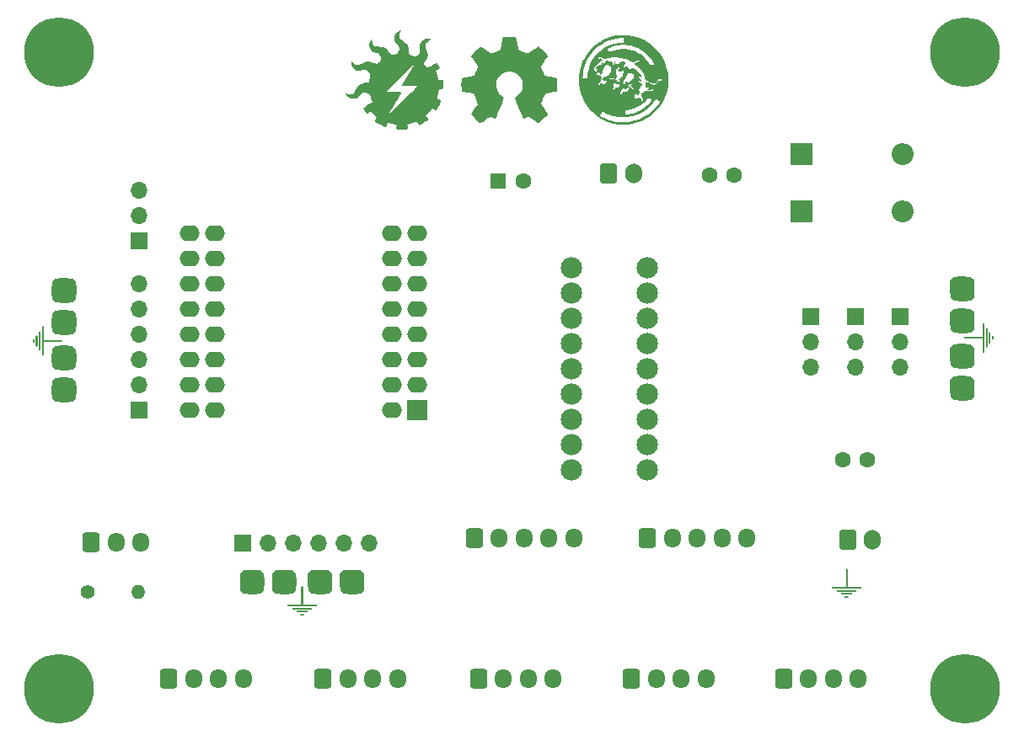
<source format=gbr>
%TF.GenerationSoftware,KiCad,Pcbnew,7.0.8*%
%TF.CreationDate,2024-02-29T15:37:24+01:00*%
%TF.ProjectId,COXY-V2,434f5859-2d56-4322-9e6b-696361645f70,rev?*%
%TF.SameCoordinates,Original*%
%TF.FileFunction,Soldermask,Top*%
%TF.FilePolarity,Negative*%
%FSLAX46Y46*%
G04 Gerber Fmt 4.6, Leading zero omitted, Abs format (unit mm)*
G04 Created by KiCad (PCBNEW 7.0.8) date 2024-02-29 15:37:24*
%MOMM*%
%LPD*%
G01*
G04 APERTURE LIST*
G04 Aperture macros list*
%AMRoundRect*
0 Rectangle with rounded corners*
0 $1 Rounding radius*
0 $2 $3 $4 $5 $6 $7 $8 $9 X,Y pos of 4 corners*
0 Add a 4 corners polygon primitive as box body*
4,1,4,$2,$3,$4,$5,$6,$7,$8,$9,$2,$3,0*
0 Add four circle primitives for the rounded corners*
1,1,$1+$1,$2,$3*
1,1,$1+$1,$4,$5*
1,1,$1+$1,$6,$7*
1,1,$1+$1,$8,$9*
0 Add four rect primitives between the rounded corners*
20,1,$1+$1,$2,$3,$4,$5,0*
20,1,$1+$1,$4,$5,$6,$7,0*
20,1,$1+$1,$6,$7,$8,$9,0*
20,1,$1+$1,$8,$9,$2,$3,0*%
G04 Aperture macros list end*
%ADD10C,2.134400*%
%ADD11O,2.000000X1.600000*%
%ADD12R,2.000000X2.000000*%
%ADD13O,1.400000X1.400000*%
%ADD14C,1.400000*%
%ADD15RoundRect,0.250000X-0.600000X-0.750000X0.600000X-0.750000X0.600000X0.750000X-0.600000X0.750000X0*%
%ADD16O,1.700000X2.000000*%
%ADD17O,1.700000X1.950000*%
%ADD18RoundRect,0.250000X-0.600000X-0.725000X0.600000X-0.725000X0.600000X0.725000X-0.600000X0.725000X0*%
%ADD19O,1.700000X1.700000*%
%ADD20R,1.700000X1.700000*%
%ADD21C,1.600000*%
%ADD22R,1.600000X1.600000*%
%ADD23C,7.000000*%
%ADD24O,2.200000X2.200000*%
%ADD25R,2.200000X2.200000*%
G04 APERTURE END LIST*
%TO.C,4pad_1*%
G36*
X105318079Y-54773690D02*
G01*
X105662244Y-55086138D01*
X105730831Y-55875118D01*
X105730986Y-55970423D01*
X105675606Y-56809628D01*
X105363158Y-57153793D01*
X104574178Y-57222380D01*
X104478874Y-57222535D01*
X103639668Y-57167155D01*
X103295503Y-56854707D01*
X103226917Y-56065727D01*
X103226761Y-55970423D01*
X103282141Y-55131217D01*
X103594589Y-54787052D01*
X104383569Y-54718466D01*
X104478874Y-54718310D01*
X105318079Y-54773690D01*
G37*
G36*
X105318079Y-57993408D02*
G01*
X105662244Y-58305857D01*
X105730831Y-59094837D01*
X105730986Y-59190141D01*
X105675606Y-60029347D01*
X105363158Y-60373511D01*
X104574178Y-60442098D01*
X104478874Y-60442254D01*
X103639668Y-60386874D01*
X103295503Y-60074425D01*
X103226917Y-59285445D01*
X103226761Y-59190141D01*
X103282141Y-58350935D01*
X103594589Y-58006771D01*
X104383569Y-57938184D01*
X104478874Y-57938028D01*
X105318079Y-57993408D01*
G37*
G36*
X105318079Y-61570873D02*
G01*
X105662244Y-61883321D01*
X105730831Y-62672302D01*
X105730986Y-62767606D01*
X105675606Y-63606811D01*
X105363158Y-63950976D01*
X104574178Y-64019563D01*
X104478874Y-64019718D01*
X103639668Y-63964339D01*
X103295503Y-63651890D01*
X103226917Y-62862910D01*
X103226761Y-62767606D01*
X103282141Y-61928400D01*
X103594589Y-61584236D01*
X104383569Y-61515649D01*
X104478874Y-61515493D01*
X105318079Y-61570873D01*
G37*
G36*
X105318079Y-64790591D02*
G01*
X105662244Y-65103040D01*
X105730831Y-65892020D01*
X105730986Y-65987324D01*
X105675606Y-66826530D01*
X105363158Y-67170694D01*
X104574178Y-67239281D01*
X104478874Y-67239437D01*
X103639668Y-67184057D01*
X103295503Y-66871608D01*
X103226917Y-66082628D01*
X103226761Y-65987324D01*
X103282141Y-65148118D01*
X103594589Y-64803954D01*
X104383569Y-64735367D01*
X104478874Y-64735211D01*
X105318079Y-64790591D01*
G37*
%TO.C,HACKTERIA*%
G36*
X161164490Y-30326496D02*
G01*
X161612438Y-30393941D01*
X162048173Y-30506754D01*
X162472876Y-30665267D01*
X162887727Y-30869812D01*
X163047725Y-30962508D01*
X163399422Y-31201325D01*
X163731928Y-31479648D01*
X164040232Y-31791949D01*
X164319326Y-32132703D01*
X164564199Y-32496384D01*
X164754246Y-32845013D01*
X164930226Y-33260197D01*
X165062237Y-33688528D01*
X165150303Y-34126216D01*
X165194446Y-34569473D01*
X165194688Y-35014512D01*
X165151054Y-35457545D01*
X165063566Y-35894784D01*
X164932247Y-36322439D01*
X164757121Y-36736725D01*
X164730275Y-36791121D01*
X164566793Y-37093649D01*
X164394285Y-37364138D01*
X164202099Y-37617733D01*
X163979585Y-37869581D01*
X163949685Y-37901089D01*
X163615306Y-38217563D01*
X163255055Y-38495529D01*
X162871797Y-38733938D01*
X162468398Y-38931742D01*
X162047724Y-39087890D01*
X161612641Y-39201334D01*
X161166013Y-39271025D01*
X160710706Y-39295912D01*
X160249587Y-39274948D01*
X160208700Y-39270860D01*
X159790975Y-39204449D01*
X159374104Y-39093926D01*
X158964677Y-38942041D01*
X158569282Y-38751546D01*
X158194506Y-38525189D01*
X158004758Y-38385672D01*
X158314640Y-38385672D01*
X158369908Y-38428283D01*
X158431220Y-38467843D01*
X158526696Y-38520259D01*
X158646625Y-38580950D01*
X158781296Y-38645336D01*
X158921000Y-38708837D01*
X159056024Y-38766873D01*
X159176660Y-38814862D01*
X159231467Y-38834666D01*
X159464435Y-38906093D01*
X159720419Y-38969762D01*
X159975270Y-39019962D01*
X160089395Y-39037500D01*
X160199076Y-39047290D01*
X160344639Y-39052686D01*
X160514987Y-39053982D01*
X160699022Y-39051472D01*
X160885649Y-39045450D01*
X161063771Y-39036209D01*
X161222290Y-39024044D01*
X161350110Y-39009249D01*
X161387722Y-39003109D01*
X161822683Y-38901152D01*
X162242803Y-38757817D01*
X162644242Y-38575349D01*
X163023161Y-38355996D01*
X163375716Y-38102004D01*
X163698070Y-37815620D01*
X163986379Y-37499091D01*
X164011093Y-37468493D01*
X164090714Y-37366045D01*
X164167438Y-37262284D01*
X164235917Y-37165010D01*
X164290799Y-37082022D01*
X164326736Y-37021118D01*
X164338465Y-36991260D01*
X164319535Y-36970045D01*
X164268488Y-36931197D01*
X164193941Y-36880952D01*
X164134506Y-36843630D01*
X164041235Y-36787687D01*
X163979687Y-36754497D01*
X163941968Y-36741130D01*
X163920186Y-36744654D01*
X163907887Y-36759484D01*
X163853725Y-36843545D01*
X163773362Y-36951906D01*
X163674212Y-37075713D01*
X163563684Y-37206111D01*
X163449192Y-37334247D01*
X163338147Y-37451266D01*
X163283079Y-37505893D01*
X162974358Y-37774678D01*
X162646196Y-38002134D01*
X162293844Y-38191113D01*
X161912549Y-38344469D01*
X161854618Y-38363904D01*
X161434929Y-38477573D01*
X161014766Y-38544210D01*
X160595716Y-38563952D01*
X160179362Y-38536935D01*
X159767291Y-38463294D01*
X159361088Y-38343165D01*
X159160198Y-38259292D01*
X160868391Y-38259292D01*
X161007419Y-38259292D01*
X161101314Y-38254523D01*
X161217149Y-38241978D01*
X161330815Y-38224304D01*
X161337361Y-38223077D01*
X161591523Y-38161176D01*
X161853324Y-38072249D01*
X162116724Y-37960132D01*
X162375684Y-37828662D01*
X162624168Y-37681677D01*
X162856135Y-37523014D01*
X163065548Y-37356511D01*
X163246369Y-37186005D01*
X163392559Y-37015334D01*
X163496863Y-36850721D01*
X163535127Y-36775885D01*
X163382635Y-36679578D01*
X163307493Y-36633625D01*
X163247646Y-36599805D01*
X163214227Y-36584350D01*
X163211860Y-36584000D01*
X163188757Y-36601795D01*
X163148295Y-36646949D01*
X163113557Y-36690935D01*
X163009191Y-36815579D01*
X162876442Y-36953371D01*
X162727383Y-37093121D01*
X162574086Y-37223639D01*
X162428625Y-37333736D01*
X162395888Y-37356099D01*
X162077114Y-37540885D01*
X161737645Y-37684001D01*
X161375997Y-37785992D01*
X161079122Y-37837143D01*
X160868391Y-37864168D01*
X160868391Y-38061730D01*
X160868391Y-38259292D01*
X159160198Y-38259292D01*
X158962337Y-38176684D01*
X158817551Y-38103653D01*
X158721630Y-38053695D01*
X158642553Y-38013889D01*
X158588627Y-37988320D01*
X158568188Y-37981013D01*
X158554610Y-38002618D01*
X158521546Y-38055351D01*
X158474568Y-38130325D01*
X158439226Y-38186748D01*
X158314640Y-38385672D01*
X158004758Y-38385672D01*
X157894950Y-38304933D01*
X157553174Y-38000756D01*
X157247762Y-37668862D01*
X156979632Y-37312333D01*
X156749705Y-36934246D01*
X156558901Y-36537683D01*
X156408140Y-36125722D01*
X156403604Y-36108195D01*
X160368983Y-36108195D01*
X160388077Y-36175123D01*
X160418791Y-36209441D01*
X160474069Y-36246421D01*
X160502760Y-36245002D01*
X160506556Y-36204598D01*
X160502151Y-36180384D01*
X160505611Y-36104235D01*
X160546290Y-36043415D01*
X160615426Y-36002545D01*
X160704258Y-35986242D01*
X160804024Y-35999126D01*
X160829959Y-36007563D01*
X160897643Y-36030756D01*
X160949807Y-36045691D01*
X160960501Y-36047766D01*
X160984542Y-36030656D01*
X161025913Y-35982130D01*
X161078330Y-35911654D01*
X161135513Y-35828697D01*
X161191180Y-35742726D01*
X161239048Y-35663209D01*
X161272836Y-35599612D01*
X161286262Y-35561404D01*
X161285873Y-35557386D01*
X161256186Y-35529182D01*
X161204133Y-35531083D01*
X161141911Y-35561038D01*
X161109583Y-35587026D01*
X161049990Y-35631457D01*
X161008674Y-35637923D01*
X161005766Y-35636399D01*
X160965703Y-35637892D01*
X160915842Y-35672982D01*
X160864437Y-35710277D01*
X160818299Y-35712921D01*
X160802889Y-35707926D01*
X160764464Y-35682360D01*
X160761645Y-35638662D01*
X160764137Y-35627773D01*
X160768690Y-35583598D01*
X160745849Y-35568865D01*
X160732092Y-35568214D01*
X160681259Y-35587325D01*
X160616859Y-35638186D01*
X160547910Y-35711087D01*
X160483431Y-35796321D01*
X160432441Y-35884177D01*
X160426358Y-35897331D01*
X160381699Y-36017393D01*
X160368983Y-36108195D01*
X156403604Y-36108195D01*
X156298342Y-35701444D01*
X156294477Y-35676775D01*
X159641067Y-35676775D01*
X159651160Y-35755275D01*
X159679509Y-35800686D01*
X159682192Y-35802383D01*
X159739636Y-35825111D01*
X159775346Y-35817634D01*
X159782517Y-35797192D01*
X159767134Y-35754534D01*
X159754190Y-35738177D01*
X159743577Y-35717889D01*
X159771800Y-35710307D01*
X159792125Y-35709850D01*
X159838477Y-35703396D01*
X159846242Y-35680733D01*
X159844058Y-35674441D01*
X159822959Y-35622435D01*
X159817014Y-35607828D01*
X159823911Y-35574273D01*
X159868561Y-35549211D01*
X159941852Y-35535466D01*
X160034665Y-35535861D01*
X160045938Y-35536916D01*
X160124151Y-35541883D01*
X160172436Y-35534199D01*
X160207179Y-35510366D01*
X160216545Y-35500509D01*
X160249205Y-35435195D01*
X160260776Y-35348128D01*
X160255186Y-35302895D01*
X161101005Y-35302895D01*
X161105987Y-35347444D01*
X161135374Y-35398391D01*
X161185350Y-35429526D01*
X161267023Y-35448925D01*
X161344160Y-35479177D01*
X161385855Y-35528423D01*
X161415462Y-35560877D01*
X161472380Y-35608214D01*
X161547536Y-35664327D01*
X161631860Y-35723108D01*
X161716281Y-35778448D01*
X161791727Y-35824240D01*
X161849128Y-35854374D01*
X161879412Y-35862743D01*
X161880976Y-35861825D01*
X161878509Y-35836131D01*
X161857974Y-35788939D01*
X161857909Y-35788819D01*
X161818026Y-35739389D01*
X161754841Y-35685052D01*
X161720130Y-35661290D01*
X161631205Y-35588386D01*
X161590297Y-35518187D01*
X161552709Y-35451371D01*
X161495442Y-35393582D01*
X161489776Y-35389603D01*
X161414785Y-35339190D01*
X161465514Y-35288460D01*
X161516243Y-35237731D01*
X161421826Y-35237731D01*
X161346881Y-35246652D01*
X161284214Y-35268609D01*
X161276325Y-35273511D01*
X161236855Y-35296312D01*
X161214693Y-35287891D01*
X161203283Y-35270052D01*
X161181242Y-35244242D01*
X161150875Y-35252746D01*
X161134275Y-35263780D01*
X161101005Y-35302895D01*
X160255186Y-35302895D01*
X160249939Y-35260430D01*
X160234064Y-35219793D01*
X160212600Y-35187136D01*
X160187550Y-35183702D01*
X160140866Y-35207309D01*
X160139115Y-35208313D01*
X160101984Y-35227135D01*
X160067754Y-35233295D01*
X160023289Y-35225306D01*
X159955449Y-35201682D01*
X159903927Y-35181686D01*
X159820400Y-35152227D01*
X159752517Y-35134348D01*
X159713067Y-35131298D01*
X159710124Y-35132478D01*
X159694599Y-35167954D01*
X159696639Y-35238937D01*
X159697666Y-35246424D01*
X159697960Y-35352056D01*
X159676322Y-35459838D01*
X159649398Y-35575018D01*
X159641067Y-35676775D01*
X156294477Y-35676775D01*
X156230426Y-35267928D01*
X156205313Y-34828255D01*
X156211839Y-34672985D01*
X156588506Y-34672985D01*
X156822268Y-34666185D01*
X157056030Y-34659385D01*
X157071740Y-34411523D01*
X157091045Y-34250293D01*
X157990216Y-34250293D01*
X158007684Y-34296818D01*
X158054395Y-34309143D01*
X158134226Y-34289995D01*
X158159831Y-34280603D01*
X158194598Y-34288701D01*
X158254464Y-34324190D01*
X158330534Y-34381700D01*
X158339133Y-34388826D01*
X158484319Y-34510140D01*
X158435969Y-34571606D01*
X158406278Y-34622506D01*
X158393226Y-34686880D01*
X158392569Y-34770208D01*
X158393431Y-34849411D01*
X158383560Y-34900801D01*
X158355042Y-34943694D01*
X158299965Y-34997404D01*
X158299218Y-34998094D01*
X158242088Y-35054900D01*
X158212742Y-35101381D01*
X158202102Y-35156714D01*
X158200919Y-35205778D01*
X158208221Y-35296976D01*
X158234457Y-35350763D01*
X158286125Y-35375273D01*
X158339588Y-35379367D01*
X158421602Y-35379367D01*
X158368139Y-35322458D01*
X158328004Y-35257512D01*
X158332259Y-35199093D01*
X158371981Y-35157813D01*
X158420619Y-35144713D01*
X158460183Y-35161184D01*
X158520689Y-35184058D01*
X158570716Y-35190519D01*
X158637833Y-35198791D01*
X158712415Y-35218785D01*
X158714919Y-35219680D01*
X158768010Y-35235449D01*
X158804149Y-35229391D01*
X158843010Y-35195367D01*
X158862874Y-35173503D01*
X158919098Y-35095066D01*
X158935545Y-35058765D01*
X160653985Y-35058765D01*
X160670719Y-35146375D01*
X160692685Y-35185267D01*
X160741880Y-35230693D01*
X160793580Y-35229071D01*
X160829610Y-35202322D01*
X160870738Y-35173224D01*
X160892870Y-35166913D01*
X160910173Y-35147418D01*
X160904539Y-35102437D01*
X160891151Y-35046503D01*
X160884275Y-35013915D01*
X160902246Y-34996550D01*
X160951839Y-34984190D01*
X160965444Y-34982737D01*
X161040976Y-34988350D01*
X161109152Y-35025394D01*
X161125795Y-35038800D01*
X161200896Y-35101994D01*
X161438478Y-34862243D01*
X161540184Y-34757350D01*
X161612579Y-34676408D01*
X161661503Y-34611851D01*
X161692801Y-34556114D01*
X161709544Y-34511236D01*
X161732867Y-34401900D01*
X161727143Y-34315839D01*
X161688994Y-34249931D01*
X161615043Y-34201058D01*
X161501912Y-34166098D01*
X161346222Y-34141933D01*
X161305101Y-34137676D01*
X161183086Y-34146436D01*
X161081588Y-34196287D01*
X161003298Y-34284605D01*
X160950907Y-34408764D01*
X160932823Y-34500917D01*
X160894086Y-34618903D01*
X160838315Y-34701631D01*
X160736851Y-34839489D01*
X160675718Y-34957502D01*
X160653985Y-35058765D01*
X158935545Y-35058765D01*
X158956812Y-35011825D01*
X158972232Y-34936260D01*
X158961578Y-34880853D01*
X158954357Y-34871573D01*
X158906806Y-34840850D01*
X158855841Y-34830214D01*
X158817295Y-34840269D01*
X158806149Y-34865937D01*
X158797981Y-34901282D01*
X158764032Y-34899321D01*
X158702982Y-34859911D01*
X158695624Y-34854134D01*
X158630171Y-34803811D01*
X158579138Y-34766536D01*
X159891372Y-34766536D01*
X159892588Y-34774964D01*
X159928370Y-34794725D01*
X159942220Y-34800958D01*
X159998538Y-34834969D01*
X160032902Y-34873157D01*
X160034406Y-34876753D01*
X160071621Y-34946102D01*
X160116995Y-34970687D01*
X160134038Y-34968558D01*
X160183267Y-34956588D01*
X160249244Y-34942406D01*
X160250685Y-34942115D01*
X160329355Y-34926246D01*
X160280193Y-34873915D01*
X160243826Y-34813384D01*
X160231030Y-34755238D01*
X160235289Y-34710374D01*
X160257714Y-34697088D01*
X160304799Y-34703647D01*
X160354942Y-34710751D01*
X160370940Y-34696196D01*
X160364664Y-34648884D01*
X160364462Y-34647870D01*
X160359950Y-34596698D01*
X160381575Y-34572133D01*
X160414624Y-34561936D01*
X160484430Y-34539294D01*
X160547042Y-34512159D01*
X160582681Y-34492143D01*
X160601984Y-34469089D01*
X160608429Y-34430437D01*
X160605499Y-34363631D01*
X160601579Y-34315415D01*
X160595609Y-34228366D01*
X160597756Y-34174755D01*
X160610874Y-34141104D01*
X160637817Y-34113934D01*
X160645558Y-34107744D01*
X160688213Y-34047207D01*
X160704788Y-33964264D01*
X160692983Y-33877293D01*
X160678639Y-33843290D01*
X160658518Y-33814214D01*
X160632456Y-33811710D01*
X160583070Y-33834237D01*
X160582085Y-33834747D01*
X160533455Y-33866869D01*
X160520226Y-33902378D01*
X160524949Y-33931398D01*
X160530962Y-33972719D01*
X160511211Y-33983518D01*
X160473966Y-33978166D01*
X160408217Y-33966827D01*
X160325429Y-33954105D01*
X160301848Y-33950746D01*
X160211177Y-33937032D01*
X160158187Y-33923137D01*
X160133729Y-33902911D01*
X160128651Y-33870203D01*
X160131748Y-33836420D01*
X160149448Y-33774434D01*
X160193876Y-33733308D01*
X160220802Y-33719151D01*
X160282667Y-33672897D01*
X160318307Y-33612889D01*
X160320467Y-33553452D01*
X160313011Y-33537066D01*
X160277139Y-33519277D01*
X160217862Y-33526609D01*
X160148971Y-33555111D01*
X160084259Y-33600827D01*
X160081440Y-33603439D01*
X160021352Y-33671122D01*
X159981458Y-33747544D01*
X159958405Y-33843651D01*
X159948842Y-33970388D01*
X159948043Y-34038971D01*
X159949848Y-34149268D01*
X159956696Y-34226808D01*
X159971256Y-34285985D01*
X159996193Y-34341192D01*
X160007955Y-34362398D01*
X160067582Y-34466711D01*
X159980979Y-34555400D01*
X159926945Y-34618278D01*
X159905079Y-34667605D01*
X159905991Y-34704851D01*
X159906263Y-34751517D01*
X159891372Y-34766536D01*
X158579138Y-34766536D01*
X158568285Y-34758609D01*
X158521177Y-34706646D01*
X158507796Y-34660334D01*
X158508676Y-34651607D01*
X159232709Y-34651607D01*
X159267974Y-34675091D01*
X159317462Y-34692292D01*
X159471719Y-34714978D01*
X159638486Y-34700699D01*
X159679173Y-34691606D01*
X159737432Y-34672460D01*
X159766619Y-34653714D01*
X159766346Y-34645800D01*
X159734989Y-34634712D01*
X159669586Y-34622715D01*
X159583192Y-34612111D01*
X159566423Y-34610528D01*
X159446250Y-34603778D01*
X159348420Y-34605947D01*
X159277304Y-34615599D01*
X159237276Y-34631297D01*
X159232709Y-34651607D01*
X158508676Y-34651607D01*
X158511486Y-34623734D01*
X158531616Y-34616151D01*
X158580799Y-34631928D01*
X158631391Y-34646512D01*
X158666060Y-34636616D01*
X158705084Y-34595472D01*
X158710657Y-34588568D01*
X158744537Y-34534923D01*
X158756511Y-34491684D01*
X158755261Y-34485207D01*
X158757449Y-34463876D01*
X158793676Y-34463136D01*
X158810819Y-34466226D01*
X158893970Y-34461366D01*
X158932294Y-34442201D01*
X158985957Y-34404614D01*
X158929823Y-34371823D01*
X158903352Y-34354312D01*
X158905826Y-34346326D01*
X158943363Y-34346503D01*
X159015324Y-34352826D01*
X159094836Y-34359133D01*
X159141969Y-34355717D01*
X159171226Y-34338447D01*
X159197106Y-34303189D01*
X159198782Y-34300549D01*
X159236336Y-34243793D01*
X159287807Y-34169084D01*
X159322493Y-34120012D01*
X159393978Y-33997426D01*
X159444222Y-33864706D01*
X159470922Y-33733316D01*
X159471774Y-33614719D01*
X159444478Y-33520379D01*
X159443345Y-33518304D01*
X159409430Y-33476835D01*
X159349472Y-33420414D01*
X159276217Y-33361000D01*
X159273502Y-33358963D01*
X159164616Y-33287588D01*
X159073888Y-33254457D01*
X158992022Y-33259406D01*
X158909724Y-33302269D01*
X158850427Y-33351458D01*
X158784634Y-33422350D01*
X158731374Y-33505752D01*
X158686707Y-33610652D01*
X158646689Y-33746042D01*
X158613305Y-33892192D01*
X158586422Y-34013381D01*
X158563569Y-34095109D01*
X158541545Y-34144569D01*
X158517151Y-34168956D01*
X158487294Y-34175463D01*
X158439789Y-34184503D01*
X158428680Y-34215796D01*
X158451684Y-34275501D01*
X158470647Y-34323395D01*
X158462843Y-34337464D01*
X158432638Y-34319375D01*
X158384398Y-34270797D01*
X158358264Y-34239799D01*
X158292981Y-34123051D01*
X158269161Y-34030835D01*
X158250769Y-33939267D01*
X158230952Y-33894271D01*
X158208179Y-33895210D01*
X158180919Y-33941443D01*
X158163213Y-33986628D01*
X158134999Y-34057088D01*
X158110647Y-34091636D01*
X158081730Y-34099943D01*
X158066237Y-34097941D01*
X158028158Y-34098552D01*
X158007548Y-34127387D01*
X157998114Y-34166840D01*
X157990216Y-34250293D01*
X157091045Y-34250293D01*
X157120597Y-34003474D01*
X157191058Y-33705561D01*
X157734417Y-33705561D01*
X157739033Y-33816833D01*
X157786951Y-33921253D01*
X157807176Y-33948569D01*
X157846275Y-33991942D01*
X157880987Y-34004717D01*
X157933280Y-33993072D01*
X157948177Y-33988226D01*
X158003094Y-33968116D01*
X158020316Y-33949151D01*
X158007073Y-33917958D01*
X157995695Y-33900328D01*
X157973158Y-33850609D01*
X157979861Y-33825261D01*
X158014819Y-33800685D01*
X158059962Y-33768264D01*
X158116992Y-33726956D01*
X158064995Y-33674959D01*
X158012999Y-33622962D01*
X157941717Y-33675663D01*
X157894016Y-33705498D01*
X157873781Y-33701760D01*
X157879649Y-33661855D01*
X157902635Y-33601159D01*
X157939997Y-33535062D01*
X157997592Y-33474712D01*
X158082266Y-33415007D01*
X158200863Y-33350848D01*
X158303479Y-33302481D01*
X158407265Y-33253882D01*
X158473632Y-33218220D01*
X158509070Y-33191086D01*
X158520069Y-33168072D01*
X158518370Y-33156535D01*
X158517073Y-33101233D01*
X158525498Y-33077373D01*
X158543640Y-33057504D01*
X158563513Y-33074948D01*
X158577467Y-33099249D01*
X158609263Y-33140214D01*
X158654460Y-33149230D01*
X158682257Y-33145796D01*
X158774579Y-33130164D01*
X158829285Y-33116527D01*
X158855194Y-33098344D01*
X158861126Y-33069075D01*
X158855898Y-33022178D01*
X158855263Y-33017472D01*
X158849430Y-32969317D01*
X158853642Y-32939048D01*
X158876641Y-32920339D01*
X158927168Y-32906865D01*
X159013964Y-32892300D01*
X159032311Y-32889364D01*
X159092369Y-32889572D01*
X159181245Y-32901462D01*
X159286234Y-32921988D01*
X159394626Y-32948102D01*
X159493714Y-32976758D01*
X159570792Y-33004908D01*
X159612015Y-33028370D01*
X159628597Y-33056675D01*
X159622704Y-33099525D01*
X159606114Y-33143429D01*
X159576327Y-33246072D01*
X159573962Y-33337428D01*
X159594511Y-33396467D01*
X159623942Y-33413402D01*
X159657959Y-33384337D01*
X159696046Y-33310208D01*
X159737684Y-33191952D01*
X159769590Y-33079942D01*
X159798182Y-32977337D01*
X159824408Y-32892661D01*
X159845048Y-32835766D01*
X159855613Y-32816714D01*
X159862038Y-32827375D01*
X159852452Y-32869208D01*
X159849536Y-32877889D01*
X159838918Y-32933878D01*
X159834799Y-33010334D01*
X159836749Y-33090570D01*
X159844336Y-33157899D01*
X159857128Y-33195631D01*
X159857762Y-33196309D01*
X159885646Y-33206804D01*
X159944233Y-33221056D01*
X159984699Y-33229177D01*
X160054071Y-33240149D01*
X160098510Y-33235549D01*
X160137716Y-33208651D01*
X160183410Y-33161328D01*
X160251508Y-33101769D01*
X160321467Y-33062031D01*
X160343129Y-33055253D01*
X160407456Y-33029198D01*
X160453653Y-32990335D01*
X160493322Y-32955842D01*
X160549185Y-32957519D01*
X160550364Y-32957812D01*
X160607500Y-32961211D01*
X160643212Y-32948720D01*
X160683031Y-32938006D01*
X160741279Y-32959361D01*
X160796724Y-32984270D01*
X160835854Y-32995012D01*
X160836358Y-32995021D01*
X160866472Y-33015217D01*
X160888121Y-33061489D01*
X160891997Y-33090699D01*
X160877587Y-33119264D01*
X160840924Y-33168537D01*
X160815602Y-33198562D01*
X160763552Y-33272166D01*
X160745714Y-33332432D01*
X160746178Y-33338764D01*
X160741934Y-33386891D01*
X160728149Y-33407409D01*
X160705654Y-33444954D01*
X160709566Y-33497178D01*
X160730452Y-33532357D01*
X160761540Y-33545023D01*
X160807344Y-33524885D01*
X160818974Y-33517060D01*
X160876093Y-33487989D01*
X160958019Y-33457737D01*
X161043759Y-33433011D01*
X161112321Y-33420516D01*
X161122618Y-33420073D01*
X161134682Y-33440079D01*
X161133907Y-33485338D01*
X161145584Y-33565564D01*
X161177096Y-33617685D01*
X161209323Y-33654503D01*
X161241667Y-33672958D01*
X161289410Y-33677170D01*
X161367834Y-33671258D01*
X161373709Y-33670685D01*
X161470570Y-33660433D01*
X161564632Y-33649253D01*
X161611978Y-33642910D01*
X161668222Y-33639557D01*
X161725050Y-33649620D01*
X161796165Y-33676960D01*
X161883447Y-33719396D01*
X161983609Y-33775017D01*
X162039399Y-33817367D01*
X162052225Y-33844980D01*
X162045133Y-33903561D01*
X162043719Y-33980197D01*
X162047389Y-34056375D01*
X162055551Y-34113577D01*
X162061344Y-34129631D01*
X162082125Y-34133649D01*
X162112837Y-34092904D01*
X162123271Y-34073501D01*
X162167095Y-33988080D01*
X162258843Y-34087673D01*
X162325560Y-34166086D01*
X162391840Y-34254052D01*
X162450765Y-34341133D01*
X162495417Y-34416890D01*
X162518880Y-34470885D01*
X162520807Y-34482983D01*
X162505088Y-34532142D01*
X162493074Y-34547843D01*
X162468505Y-34556415D01*
X162437258Y-34530900D01*
X162408676Y-34492187D01*
X162365252Y-34437968D01*
X162323874Y-34416459D01*
X162278887Y-34416061D01*
X162224918Y-34429238D01*
X162196734Y-34450872D01*
X162196605Y-34451248D01*
X162208091Y-34479020D01*
X162246360Y-34531777D01*
X162304865Y-34601066D01*
X162354127Y-34654640D01*
X162434022Y-34740276D01*
X162484762Y-34800911D01*
X162510566Y-34844941D01*
X162515651Y-34880762D01*
X162504235Y-34916770D01*
X162494972Y-34935019D01*
X162478165Y-34960544D01*
X162458784Y-34963523D01*
X162426329Y-34940190D01*
X162375977Y-34892326D01*
X162320434Y-34841500D01*
X162286743Y-34821864D01*
X162265736Y-34829016D01*
X162259963Y-34836598D01*
X162238088Y-34901886D01*
X162259957Y-34965794D01*
X162326853Y-35030781D01*
X162379172Y-35065404D01*
X162459862Y-35120836D01*
X162498551Y-35164295D01*
X162501463Y-35181467D01*
X162510576Y-35225637D01*
X162539262Y-35269873D01*
X162585063Y-35325367D01*
X162596630Y-35361026D01*
X162570350Y-35386739D01*
X162502608Y-35412399D01*
X162485163Y-35417955D01*
X162407141Y-35446719D01*
X162370271Y-35472051D01*
X162367120Y-35493458D01*
X162359822Y-35531643D01*
X162329995Y-35562805D01*
X162278543Y-35620123D01*
X162237023Y-35703486D01*
X162215188Y-35791728D01*
X162213930Y-35814712D01*
X162231713Y-35870130D01*
X162284748Y-35910501D01*
X162338674Y-35948809D01*
X162351386Y-35992167D01*
X162323654Y-36049252D01*
X162299777Y-36079833D01*
X162253338Y-36144191D01*
X162205548Y-36223346D01*
X162193070Y-36246885D01*
X162159121Y-36305773D01*
X162130487Y-36341860D01*
X162120957Y-36347211D01*
X162058660Y-36329399D01*
X162027118Y-36281635D01*
X162025083Y-36262064D01*
X162018335Y-36223612D01*
X161988918Y-36208008D01*
X161943372Y-36205575D01*
X161890593Y-36209716D01*
X161861372Y-36230757D01*
X161841349Y-36281623D01*
X161835519Y-36302657D01*
X161820423Y-36430611D01*
X161842305Y-36550334D01*
X161890633Y-36638348D01*
X161942462Y-36702782D01*
X162035975Y-36654829D01*
X162116677Y-36620514D01*
X162189187Y-36610225D01*
X162268909Y-36624599D01*
X162371251Y-36664271D01*
X162382121Y-36669115D01*
X162467118Y-36711892D01*
X162510564Y-36747523D01*
X162516487Y-36781167D01*
X162494299Y-36812790D01*
X162483981Y-36843393D01*
X162505584Y-36891408D01*
X162519512Y-36911935D01*
X162554817Y-36958753D01*
X162577266Y-36983438D01*
X162579533Y-36984571D01*
X162590920Y-36964259D01*
X162611258Y-36912095D01*
X162627021Y-36866581D01*
X162652650Y-36746960D01*
X162639882Y-36645601D01*
X162586527Y-36550466D01*
X162564693Y-36524073D01*
X162528416Y-36479110D01*
X162508261Y-36437865D01*
X162500364Y-36384911D01*
X162500860Y-36304820D01*
X162502037Y-36273951D01*
X162510633Y-36168469D01*
X162525860Y-36107891D01*
X162539249Y-36093122D01*
X162553772Y-36097825D01*
X162560264Y-36129102D01*
X162559276Y-36194126D01*
X162553328Y-36276951D01*
X162545879Y-36371651D01*
X162544106Y-36427460D01*
X162549634Y-36452522D01*
X162564086Y-36454985D01*
X162586686Y-36444278D01*
X162629067Y-36416212D01*
X162656168Y-36379471D01*
X162672658Y-36322433D01*
X162683206Y-36233475D01*
X162686049Y-36196919D01*
X162697852Y-36034824D01*
X162792276Y-36166902D01*
X162841878Y-36233013D01*
X162882006Y-36280555D01*
X162904154Y-36299471D01*
X162904404Y-36299490D01*
X162921697Y-36280947D01*
X162918792Y-36229758D01*
X162897585Y-36155000D01*
X162859971Y-36065752D01*
X162852398Y-36050421D01*
X162817985Y-35979128D01*
X162795578Y-35926677D01*
X162790045Y-35904863D01*
X162814949Y-35903645D01*
X162878247Y-35905366D01*
X162971236Y-35909665D01*
X163085213Y-35916184D01*
X163125322Y-35918720D01*
X163302525Y-35928469D01*
X163438476Y-35931403D01*
X163538737Y-35926801D01*
X163608872Y-35913944D01*
X163654444Y-35892112D01*
X163681018Y-35860586D01*
X163687246Y-35846045D01*
X163698966Y-35795022D01*
X163694984Y-35766678D01*
X163665748Y-35762772D01*
X163604017Y-35767205D01*
X163529315Y-35778021D01*
X163406209Y-35794708D01*
X163288105Y-35802299D01*
X163183814Y-35801175D01*
X163102144Y-35791717D01*
X163051905Y-35774305D01*
X163040138Y-35756868D01*
X163060016Y-35737847D01*
X163095318Y-35724725D01*
X163181649Y-35686959D01*
X163242234Y-35629174D01*
X163272383Y-35561123D01*
X163267404Y-35492557D01*
X163231820Y-35440946D01*
X163199451Y-35416134D01*
X163182793Y-35426773D01*
X163170966Y-35466795D01*
X163131168Y-35555210D01*
X163066786Y-35604686D01*
X163006972Y-35615065D01*
X162952418Y-35612762D01*
X162915188Y-35601614D01*
X162892631Y-35574313D01*
X162882091Y-35523548D01*
X162880918Y-35442011D01*
X162886456Y-35322391D01*
X162888417Y-35288446D01*
X162897051Y-35162022D01*
X162906244Y-35076600D01*
X162917072Y-35025970D01*
X162930614Y-35003924D01*
X162938215Y-35001672D01*
X162972254Y-35010217D01*
X163039712Y-35033419D01*
X163130489Y-35067631D01*
X163224044Y-35104928D01*
X163388107Y-35170806D01*
X163516426Y-35219194D01*
X163616253Y-35252113D01*
X163694836Y-35271583D01*
X163759425Y-35279626D01*
X163817269Y-35278260D01*
X163837489Y-35275902D01*
X163960100Y-35240297D01*
X164055648Y-35168958D01*
X164127888Y-35058603D01*
X164151586Y-35001470D01*
X164203066Y-34860282D01*
X164370280Y-34866060D01*
X164472221Y-34864906D01*
X164531287Y-34851213D01*
X164550719Y-34822537D01*
X164533763Y-34776437D01*
X164518747Y-34754244D01*
X164487185Y-34723754D01*
X164456379Y-34732539D01*
X164450545Y-34737149D01*
X164406443Y-34753449D01*
X164335443Y-34760453D01*
X164301882Y-34759864D01*
X164187885Y-34753809D01*
X164073495Y-34925806D01*
X163987874Y-35043902D01*
X163911516Y-35122778D01*
X163837108Y-35167421D01*
X163757339Y-35182817D01*
X163701105Y-35179753D01*
X163646068Y-35165597D01*
X163562918Y-35135399D01*
X163460251Y-35093205D01*
X163346664Y-35043060D01*
X163230754Y-34989012D01*
X163121118Y-34935105D01*
X163026352Y-34885385D01*
X162955053Y-34843900D01*
X162915818Y-34814694D01*
X162911208Y-34807996D01*
X162901124Y-34774928D01*
X162880719Y-34705898D01*
X162852752Y-34610309D01*
X162819983Y-34497562D01*
X162812364Y-34471250D01*
X162771249Y-34335037D01*
X162736456Y-34235407D01*
X162703932Y-34162888D01*
X162669624Y-34108003D01*
X162643290Y-34076013D01*
X162592865Y-34012106D01*
X162574350Y-33962848D01*
X162577269Y-33929369D01*
X162579036Y-33881658D01*
X162547364Y-33857743D01*
X162544927Y-33856946D01*
X162510714Y-33834091D01*
X162453867Y-33783533D01*
X162382786Y-33713146D01*
X162318066Y-33644284D01*
X162221663Y-33544760D01*
X162132136Y-33464180D01*
X162058660Y-33410576D01*
X162038912Y-33399899D01*
X161979877Y-33363893D01*
X161912355Y-33310810D01*
X161847206Y-33250888D01*
X161795289Y-33194364D01*
X161767462Y-33151478D01*
X161765417Y-33142041D01*
X161785791Y-33126558D01*
X161842015Y-33095757D01*
X161926739Y-33053366D01*
X162032615Y-33003117D01*
X162099848Y-32972281D01*
X162211667Y-32920170D01*
X162303680Y-32874482D01*
X162369401Y-32838674D01*
X162402344Y-32816202D01*
X162403514Y-32810498D01*
X162352067Y-32809076D01*
X162268257Y-32823998D01*
X162162830Y-32852362D01*
X162046533Y-32891266D01*
X161930114Y-32937810D01*
X161927223Y-32939078D01*
X161837916Y-32976082D01*
X161760862Y-33003949D01*
X161709419Y-33017969D01*
X161701260Y-33018772D01*
X161631845Y-33007436D01*
X161529944Y-32975593D01*
X161403871Y-32926488D01*
X161261943Y-32863364D01*
X161112473Y-32789469D01*
X161108821Y-32787568D01*
X161000191Y-32731738D01*
X160920298Y-32694320D01*
X160856248Y-32671459D01*
X160795148Y-32659301D01*
X160724102Y-32653989D01*
X160655938Y-32652167D01*
X160507089Y-32642162D01*
X160369061Y-32615256D01*
X160254636Y-32580656D01*
X160145526Y-32547442D01*
X160042638Y-32525271D01*
X159938102Y-32514412D01*
X159824043Y-32515135D01*
X159692589Y-32527706D01*
X159535869Y-32552395D01*
X159346010Y-32589470D01*
X159221637Y-32615881D01*
X158743378Y-32719413D01*
X158619686Y-32634769D01*
X158542991Y-32584648D01*
X158472148Y-32542284D01*
X158432883Y-32521817D01*
X158378296Y-32508772D01*
X158311904Y-32507320D01*
X158249994Y-32515776D01*
X158208856Y-32532457D01*
X158200919Y-32545792D01*
X158193178Y-32584731D01*
X158187758Y-32600694D01*
X158192430Y-32642455D01*
X158214170Y-32674562D01*
X158248383Y-32700964D01*
X158278033Y-32691305D01*
X158294106Y-32677605D01*
X158345915Y-32647956D01*
X158379822Y-32641165D01*
X158428683Y-32652750D01*
X158488385Y-32680944D01*
X158542671Y-32716130D01*
X158575281Y-32748688D01*
X158578614Y-32758760D01*
X158560850Y-32796586D01*
X158519743Y-32839683D01*
X158473570Y-32871037D01*
X158451452Y-32877136D01*
X158419636Y-32893370D01*
X158362667Y-32937655D01*
X158287431Y-33003365D01*
X158200814Y-33083877D01*
X158109703Y-33172564D01*
X158020983Y-33262802D01*
X157941543Y-33347966D01*
X157878266Y-33421431D01*
X157856352Y-33449650D01*
X157773418Y-33584235D01*
X157734417Y-33705561D01*
X157191058Y-33705561D01*
X157213685Y-33609895D01*
X157349586Y-33233200D01*
X157526885Y-32875804D01*
X157744166Y-32540121D01*
X158000011Y-32228567D01*
X158293004Y-31943555D01*
X158621729Y-31687501D01*
X158637067Y-31677107D01*
X159097945Y-31677107D01*
X159107928Y-31706873D01*
X159134358Y-31766735D01*
X159171956Y-31844873D01*
X159180402Y-31861756D01*
X159262860Y-32025494D01*
X159416163Y-31956712D01*
X159767211Y-31824467D01*
X160128805Y-31736795D01*
X160496538Y-31693845D01*
X160866006Y-31695768D01*
X161232805Y-31742714D01*
X161592530Y-31834832D01*
X161717182Y-31878235D01*
X161884515Y-31943347D01*
X162023017Y-32004462D01*
X162149405Y-32070007D01*
X162280396Y-32148411D01*
X162376448Y-32210605D01*
X162614316Y-32390523D01*
X162844265Y-32608136D01*
X163057506Y-32853933D01*
X163245251Y-33118407D01*
X163303043Y-33213166D01*
X163396105Y-33372509D01*
X163566309Y-33287297D01*
X163646543Y-33246723D01*
X163708772Y-33214492D01*
X163742332Y-33196151D01*
X163745129Y-33194270D01*
X163738721Y-33171515D01*
X163713826Y-33118761D01*
X163675617Y-33046866D01*
X163670511Y-33037697D01*
X163472974Y-32728577D01*
X163238230Y-32437062D01*
X162972931Y-32169438D01*
X162683730Y-31931992D01*
X162377279Y-31731010D01*
X162174539Y-31624120D01*
X161839364Y-31482971D01*
X161504759Y-31381531D01*
X161160180Y-31317452D01*
X160795080Y-31288387D01*
X160655938Y-31286042D01*
X160425680Y-31289883D01*
X160226492Y-31303759D01*
X160042884Y-31329888D01*
X159859366Y-31370488D01*
X159660448Y-31427777D01*
X159655659Y-31429280D01*
X159547880Y-31465866D01*
X159435018Y-31508697D01*
X159325814Y-31553890D01*
X159229008Y-31597560D01*
X159153342Y-31635824D01*
X159107555Y-31664797D01*
X159097945Y-31677107D01*
X158637067Y-31677107D01*
X158701309Y-31633573D01*
X159048736Y-31432285D01*
X159415878Y-31273311D01*
X159799465Y-31157726D01*
X160196230Y-31086607D01*
X160425780Y-31066446D01*
X160679544Y-31052405D01*
X160679544Y-30816295D01*
X160679544Y-30580184D01*
X160390371Y-30593886D01*
X159980225Y-30636198D01*
X159581134Y-30722075D01*
X159195735Y-30848886D01*
X158826667Y-31014001D01*
X158476567Y-31214790D01*
X158148073Y-31448623D01*
X157843822Y-31712871D01*
X157566453Y-32004902D01*
X157318603Y-32322087D01*
X157102910Y-32661796D01*
X156922011Y-33021398D01*
X156778545Y-33398264D01*
X156675150Y-33789764D01*
X156614462Y-34193267D01*
X156602094Y-34371111D01*
X156588506Y-34672985D01*
X156211839Y-34672985D01*
X156223922Y-34385503D01*
X156287173Y-33942753D01*
X156395987Y-33503084D01*
X156429183Y-33397759D01*
X156587416Y-32988802D01*
X156786933Y-32594947D01*
X157024145Y-32220797D01*
X157295464Y-31870956D01*
X157597300Y-31550025D01*
X157926065Y-31262609D01*
X158278169Y-31013309D01*
X158298064Y-31000843D01*
X158706555Y-30771612D01*
X159121829Y-30588726D01*
X159546116Y-30451540D01*
X159981648Y-30359406D01*
X160430657Y-30311680D01*
X160703149Y-30304088D01*
X161164490Y-30326496D01*
G37*
%TO.C,Gnd4*%
G36*
X183206201Y-86379292D02*
G01*
X183296811Y-86379369D01*
X183372711Y-86379553D01*
X183435287Y-86379892D01*
X183485929Y-86380432D01*
X183526024Y-86381218D01*
X183556959Y-86382298D01*
X183580124Y-86383717D01*
X183596907Y-86385522D01*
X183608694Y-86387760D01*
X183616875Y-86390476D01*
X183622837Y-86393718D01*
X183627172Y-86396900D01*
X183652117Y-86426053D01*
X183663082Y-86460783D01*
X183658801Y-86496358D01*
X183655786Y-86503620D01*
X183650272Y-86515408D01*
X183644884Y-86525362D01*
X183638189Y-86533636D01*
X183628752Y-86540388D01*
X183615141Y-86545773D01*
X183595922Y-86549946D01*
X183569663Y-86553064D01*
X183534929Y-86555282D01*
X183490288Y-86556756D01*
X183434306Y-86557643D01*
X183365550Y-86558098D01*
X183282586Y-86558276D01*
X183183982Y-86558334D01*
X183152461Y-86558351D01*
X183063079Y-86558318D01*
X182977194Y-86558121D01*
X182896745Y-86557776D01*
X182823672Y-86557299D01*
X182759916Y-86556706D01*
X182707417Y-86556011D01*
X182668115Y-86555232D01*
X182643949Y-86554384D01*
X182640964Y-86554197D01*
X182602646Y-86550578D01*
X182577575Y-86544967D01*
X182561511Y-86535186D01*
X182550214Y-86519057D01*
X182543397Y-86504085D01*
X182535059Y-86465377D01*
X182543733Y-86430561D01*
X182567957Y-86401372D01*
X182594216Y-86379277D01*
X183099491Y-86379277D01*
X183206201Y-86379292D01*
G37*
G36*
X184048716Y-86111846D02*
G01*
X184071517Y-86145226D01*
X184078097Y-86181304D01*
X184068497Y-86216762D01*
X184047044Y-86244497D01*
X184024262Y-86265611D01*
X183105281Y-86265301D01*
X182953715Y-86265214D01*
X182818737Y-86265055D01*
X182699446Y-86264813D01*
X182594943Y-86264475D01*
X182504328Y-86264030D01*
X182426702Y-86263468D01*
X182361164Y-86262776D01*
X182306815Y-86261944D01*
X182262756Y-86260959D01*
X182228086Y-86259811D01*
X182201906Y-86258488D01*
X182183317Y-86256979D01*
X182171417Y-86255272D01*
X182165403Y-86253409D01*
X182139733Y-86230380D01*
X182123876Y-86198640D01*
X182121032Y-86179927D01*
X182126406Y-86152228D01*
X182140445Y-86123939D01*
X182158883Y-86103031D01*
X182163956Y-86099742D01*
X182175912Y-86098064D01*
X182205196Y-86096559D01*
X182251824Y-86095227D01*
X182315814Y-86094069D01*
X182397183Y-86093083D01*
X182495948Y-86092270D01*
X182612127Y-86091630D01*
X182745736Y-86091162D01*
X182896794Y-86090867D01*
X183065317Y-86090744D01*
X183104194Y-86090740D01*
X184027610Y-86090740D01*
X184048716Y-86111846D01*
G37*
G36*
X183152208Y-86707267D02*
G01*
X183189896Y-86707849D01*
X183216030Y-86709294D01*
X183233576Y-86711990D01*
X183245500Y-86716326D01*
X183254769Y-86722690D01*
X183260917Y-86728231D01*
X183282350Y-86758817D01*
X183289259Y-86793252D01*
X183282416Y-86827148D01*
X183262596Y-86856119D01*
X183235225Y-86873976D01*
X183210818Y-86879940D01*
X183173924Y-86883981D01*
X183129288Y-86886106D01*
X183081659Y-86886320D01*
X183035784Y-86884631D01*
X182996408Y-86881044D01*
X182968280Y-86875567D01*
X182962855Y-86873605D01*
X182933221Y-86852303D01*
X182915724Y-86822238D01*
X182911099Y-86787904D01*
X182920081Y-86753798D01*
X182939082Y-86728231D01*
X182948227Y-86720305D01*
X182958057Y-86714665D01*
X182971536Y-86710922D01*
X182991633Y-86708689D01*
X183021313Y-86707577D01*
X183063542Y-86707198D01*
X183100000Y-86707160D01*
X183152208Y-86707267D01*
G37*
G36*
X183127228Y-83921078D02*
G01*
X183147363Y-83931999D01*
X183162099Y-83946722D01*
X183187435Y-83975077D01*
X183187435Y-84875525D01*
X183187435Y-85775972D01*
X183855646Y-85775972D01*
X184523856Y-85775972D01*
X184550115Y-85798067D01*
X184574771Y-85828511D01*
X184583344Y-85862791D01*
X184575830Y-85897868D01*
X184552224Y-85930702D01*
X184550315Y-85932516D01*
X184530644Y-85950843D01*
X183100000Y-85950843D01*
X181669356Y-85950843D01*
X181649684Y-85932516D01*
X181625122Y-85899911D01*
X181616652Y-85864882D01*
X181624270Y-85830470D01*
X181647971Y-85799713D01*
X181649885Y-85798067D01*
X181676143Y-85775972D01*
X182344354Y-85775972D01*
X183012564Y-85775972D01*
X183012564Y-84875525D01*
X183012564Y-83975077D01*
X183037900Y-83946722D01*
X183058510Y-83927589D01*
X183079822Y-83919586D01*
X183100000Y-83918366D01*
X183127228Y-83921078D01*
G37*
%TO.C,SPL*%
G36*
X138328343Y-29810105D02*
G01*
X138328453Y-29812360D01*
X138317133Y-29840522D01*
X138287154Y-29902619D01*
X138244490Y-29986367D01*
X138234622Y-30005282D01*
X138176107Y-30131156D01*
X138146770Y-30234173D01*
X138140790Y-30306228D01*
X138147717Y-30392266D01*
X138171313Y-30473940D01*
X138215801Y-30556174D01*
X138285402Y-30643891D01*
X138384338Y-30742014D01*
X138516832Y-30855467D01*
X138687106Y-30989173D01*
X138798579Y-31073270D01*
X138885466Y-31143031D01*
X138954915Y-31213106D01*
X139009563Y-31290870D01*
X139052050Y-31383697D01*
X139085013Y-31498963D01*
X139111092Y-31644043D01*
X139132925Y-31826310D01*
X139153149Y-32053139D01*
X139154309Y-32067568D01*
X139171384Y-32281013D01*
X139394128Y-32362156D01*
X139500267Y-32398594D01*
X139593183Y-32426493D01*
X139658084Y-32441566D01*
X139673126Y-32443043D01*
X139750724Y-32426823D01*
X139849810Y-32384893D01*
X139952888Y-32326514D01*
X140042461Y-32260945D01*
X140074734Y-32230475D01*
X140132161Y-32163644D01*
X140171449Y-32098117D01*
X140195066Y-32022739D01*
X140205477Y-31926359D01*
X140205149Y-31797823D01*
X140199048Y-31668453D01*
X140192943Y-31480954D01*
X140200843Y-31332923D01*
X140225983Y-31212575D01*
X140271599Y-31108127D01*
X140340923Y-31007795D01*
X140398791Y-30940778D01*
X140526644Y-30820976D01*
X140660384Y-30740847D01*
X140813168Y-30694896D01*
X140998158Y-30677626D01*
X141029897Y-30677166D01*
X141134478Y-30678600D01*
X141218408Y-30683625D01*
X141268414Y-30691291D01*
X141275845Y-30694779D01*
X141277886Y-30727918D01*
X141242519Y-30771949D01*
X141180074Y-30816234D01*
X141137830Y-30836887D01*
X141035687Y-30895272D01*
X140936649Y-30977906D01*
X140857949Y-31068834D01*
X140825274Y-31126224D01*
X140798803Y-31214485D01*
X140791503Y-31313993D01*
X140804411Y-31433251D01*
X140838562Y-31580760D01*
X140894991Y-31765021D01*
X140907731Y-31803155D01*
X140964989Y-31981984D01*
X141002039Y-32124307D01*
X141020143Y-32241382D01*
X141020562Y-32344472D01*
X141004557Y-32444837D01*
X140986962Y-32510556D01*
X140952502Y-32600359D01*
X140896206Y-32719409D01*
X140825517Y-32853530D01*
X140747873Y-32988543D01*
X140677613Y-33099979D01*
X140658442Y-33131668D01*
X140652385Y-33160226D01*
X140663630Y-33195521D01*
X140696363Y-33247421D01*
X140754772Y-33325793D01*
X140796383Y-33379897D01*
X140867890Y-33468945D01*
X140930369Y-33539957D01*
X140975603Y-33583962D01*
X140992410Y-33593886D01*
X141023865Y-33581107D01*
X141092085Y-33544598D01*
X141189593Y-33488653D01*
X141308912Y-33417567D01*
X141442565Y-33335633D01*
X141447945Y-33332289D01*
X141597274Y-33241555D01*
X141725989Y-33167534D01*
X141827972Y-33113512D01*
X141897100Y-33082772D01*
X141923761Y-33076980D01*
X141960132Y-33103375D01*
X142009492Y-33166184D01*
X142065229Y-33253258D01*
X142120724Y-33352448D01*
X142169364Y-33451607D01*
X142204532Y-33538584D01*
X142219613Y-33601232D01*
X142218243Y-33617763D01*
X142186382Y-33655174D01*
X142119232Y-33700616D01*
X142049237Y-33736285D01*
X141964633Y-33777454D01*
X141898139Y-33815625D01*
X141867731Y-33839134D01*
X141861289Y-33867198D01*
X141867601Y-33924693D01*
X141887761Y-34016589D01*
X141922867Y-34147857D01*
X141974013Y-34323467D01*
X141975984Y-34330067D01*
X142112531Y-34786907D01*
X142334977Y-34786907D01*
X142557422Y-34786907D01*
X142574472Y-34930928D01*
X142581872Y-35018721D01*
X142588200Y-35140333D01*
X142592624Y-35277216D01*
X142594111Y-35368615D01*
X142593973Y-35509145D01*
X142586811Y-35605605D01*
X142566881Y-35666282D01*
X142528435Y-35699461D01*
X142465728Y-35713428D01*
X142373015Y-35716468D01*
X142352865Y-35716495D01*
X142245454Y-35724825D01*
X142183994Y-35749293D01*
X142178425Y-35754938D01*
X142162730Y-35792313D01*
X142139608Y-35870322D01*
X142111494Y-35978164D01*
X142080821Y-36105038D01*
X142050024Y-36240142D01*
X142021538Y-36372678D01*
X141997798Y-36491843D01*
X141981237Y-36586837D01*
X141974291Y-36646859D01*
X141974739Y-36658600D01*
X142001358Y-36685912D01*
X142065148Y-36721931D01*
X142153343Y-36759590D01*
X142164887Y-36763857D01*
X142261089Y-36801212D01*
X142317842Y-36831461D01*
X142345943Y-36862256D01*
X142355967Y-36899252D01*
X142346908Y-36941920D01*
X142317814Y-37021372D01*
X142273199Y-37128133D01*
X142217576Y-37252727D01*
X142155459Y-37385676D01*
X142091361Y-37517506D01*
X142029797Y-37638740D01*
X141975278Y-37739901D01*
X141932321Y-37811513D01*
X141906137Y-37843671D01*
X141872082Y-37859060D01*
X141833075Y-37856692D01*
X141777918Y-37832759D01*
X141695414Y-37783450D01*
X141657196Y-37758969D01*
X141577821Y-37708324D01*
X141517601Y-37671140D01*
X141488061Y-37654511D01*
X141487023Y-37654227D01*
X141468245Y-37673186D01*
X141422776Y-37724980D01*
X141357178Y-37801986D01*
X141278013Y-37896580D01*
X141267263Y-37909536D01*
X141173430Y-38020469D01*
X141078693Y-38128616D01*
X140994699Y-38220894D01*
X140937823Y-38279651D01*
X140820026Y-38394456D01*
X140950401Y-38551118D01*
X141027726Y-38653594D01*
X141067820Y-38729672D01*
X141072811Y-38763632D01*
X141048705Y-38796820D01*
X140987996Y-38850912D01*
X140899182Y-38920191D01*
X140790761Y-38998942D01*
X140671232Y-39081449D01*
X140549094Y-39161997D01*
X140432843Y-39234871D01*
X140330980Y-39294354D01*
X140252002Y-39334731D01*
X140204408Y-39350286D01*
X140200721Y-39350156D01*
X140153955Y-39319934D01*
X140096892Y-39242289D01*
X140065017Y-39186082D01*
X140017338Y-39102640D01*
X139973818Y-39037458D01*
X139945072Y-39005716D01*
X139897199Y-39002466D01*
X139806143Y-39024826D01*
X139701085Y-39061808D01*
X139578292Y-39105912D01*
X139430518Y-39154779D01*
X139283477Y-39200014D01*
X139235244Y-39213913D01*
X138976776Y-39286673D01*
X138994937Y-39445862D01*
X139009234Y-39571519D01*
X139016015Y-39654939D01*
X139012484Y-39706043D01*
X138995846Y-39734752D01*
X138963303Y-39750986D01*
X138912061Y-39764666D01*
X138904536Y-39766604D01*
X138837445Y-39777333D01*
X138730245Y-39786703D01*
X138595192Y-39793971D01*
X138444546Y-39798398D01*
X138363055Y-39799336D01*
X138199319Y-39799367D01*
X138080092Y-39797147D01*
X137997539Y-39792015D01*
X137943823Y-39783315D01*
X137911106Y-39770388D01*
X137898254Y-39760286D01*
X137874347Y-39721342D01*
X137866706Y-39660054D01*
X137872384Y-39570441D01*
X137882353Y-39483477D01*
X137891910Y-39416272D01*
X137897021Y-39390935D01*
X137897594Y-39365393D01*
X137878331Y-39342512D01*
X137832946Y-39319897D01*
X137755154Y-39295153D01*
X137638669Y-39265884D01*
X137477206Y-39229695D01*
X137469641Y-39228052D01*
X137300761Y-39191602D01*
X137175604Y-39166531D01*
X137086646Y-39153438D01*
X137026358Y-39152922D01*
X136987217Y-39165582D01*
X136961695Y-39192018D01*
X136942267Y-39232829D01*
X136927925Y-39271185D01*
X136878113Y-39391858D01*
X136832848Y-39467749D01*
X136787187Y-39505580D01*
X136750169Y-39513025D01*
X136685394Y-39499526D01*
X136588895Y-39462919D01*
X136469395Y-39408153D01*
X136335614Y-39340173D01*
X136196273Y-39263928D01*
X136060095Y-39184365D01*
X135935801Y-39106430D01*
X135832112Y-39035071D01*
X135757749Y-38975234D01*
X135721435Y-38931868D01*
X135720298Y-38928841D01*
X135725600Y-38876001D01*
X135767238Y-38793309D01*
X135814869Y-38721478D01*
X135925476Y-38564638D01*
X135654026Y-38290974D01*
X135554393Y-38191900D01*
X135464649Y-38105196D01*
X135392654Y-38038269D01*
X135346269Y-37998528D01*
X135336767Y-37991969D01*
X135301094Y-37985257D01*
X135250431Y-38002927D01*
X135174526Y-38049248D01*
X135137145Y-38075099D01*
X135037264Y-38138984D01*
X134967576Y-38167463D01*
X134931139Y-38167006D01*
X134898107Y-38140045D01*
X134845671Y-38079752D01*
X134781925Y-37997367D01*
X134714963Y-37904128D01*
X134652878Y-37811276D01*
X134603763Y-37730051D01*
X134576951Y-37675145D01*
X134572457Y-37644686D01*
X134585014Y-37611848D01*
X134619479Y-37572638D01*
X134680712Y-37523062D01*
X134773570Y-37459126D01*
X134902912Y-37376835D01*
X135048711Y-37287318D01*
X135187167Y-37200937D01*
X135302048Y-37124970D01*
X135387420Y-37063614D01*
X135437352Y-37021066D01*
X135448041Y-37004780D01*
X135438944Y-36967093D01*
X135413954Y-36890654D01*
X135376524Y-36785379D01*
X135330108Y-36661184D01*
X135311981Y-36614055D01*
X135175920Y-36262961D01*
X134984127Y-36169438D01*
X134882167Y-36121997D01*
X134807068Y-36095491D01*
X134739822Y-36085582D01*
X134661421Y-36087930D01*
X134636413Y-36090054D01*
X134477054Y-36122247D01*
X134354325Y-36188508D01*
X134262413Y-36292226D01*
X134248035Y-36316300D01*
X134153286Y-36442780D01*
X134026744Y-36553594D01*
X133887492Y-36632756D01*
X133856096Y-36644661D01*
X133716367Y-36674799D01*
X133552790Y-36683639D01*
X133389308Y-36671304D01*
X133260308Y-36641610D01*
X133176455Y-36602475D01*
X133088837Y-36544094D01*
X133003345Y-36473222D01*
X132925870Y-36396611D01*
X132862306Y-36321016D01*
X132818542Y-36253190D01*
X132800473Y-36199887D01*
X132813987Y-36167861D01*
X132841607Y-36161649D01*
X132886441Y-36170814D01*
X132959947Y-36194311D01*
X133012783Y-36214020D01*
X133166372Y-36256744D01*
X133308314Y-36262109D01*
X133426683Y-36229710D01*
X133429647Y-36228202D01*
X133517920Y-36164087D01*
X133617220Y-36061109D01*
X133656442Y-36010454D01*
X136835876Y-36010454D01*
X136860996Y-36015522D01*
X136932098Y-36020127D01*
X137042791Y-36024105D01*
X137186688Y-36027290D01*
X137357399Y-36029519D01*
X137548535Y-36030628D01*
X137624244Y-36030721D01*
X137849324Y-36030955D01*
X138027268Y-36031841D01*
X138163313Y-36033654D01*
X138262694Y-36036670D01*
X138330644Y-36041166D01*
X138372400Y-36047418D01*
X138393196Y-36055700D01*
X138398268Y-36066290D01*
X138396983Y-36071452D01*
X138380549Y-36101383D01*
X138339477Y-36171449D01*
X138276489Y-36277131D01*
X138194309Y-36413908D01*
X138095661Y-36577261D01*
X137983268Y-36762670D01*
X137859853Y-36965616D01*
X137728140Y-37181579D01*
X137722456Y-37190885D01*
X137590642Y-37406755D01*
X137467057Y-37609286D01*
X137354408Y-37794033D01*
X137255402Y-37956552D01*
X137172745Y-38092397D01*
X137109143Y-38197123D01*
X137067302Y-38266285D01*
X137049930Y-38295437D01*
X137049748Y-38295773D01*
X137065397Y-38282646D01*
X137115246Y-38235830D01*
X137196163Y-38158364D01*
X137305015Y-38053289D01*
X137438669Y-37923643D01*
X137593993Y-37772466D01*
X137767853Y-37602798D01*
X137957117Y-37417678D01*
X138158652Y-37220146D01*
X138186267Y-37193050D01*
X138401840Y-36981567D01*
X138615384Y-36772219D01*
X138822382Y-36569425D01*
X139018320Y-36377600D01*
X139198682Y-36201162D01*
X139358954Y-36044529D01*
X139494618Y-35912118D01*
X139601161Y-35808347D01*
X139663917Y-35747445D01*
X139991237Y-35430750D01*
X139172938Y-35429602D01*
X138971926Y-35429038D01*
X138788824Y-35427982D01*
X138629902Y-35426514D01*
X138501432Y-35424713D01*
X138409685Y-35422657D01*
X138360933Y-35420427D01*
X138354639Y-35419281D01*
X138367701Y-35395317D01*
X138404353Y-35333046D01*
X138460792Y-35238798D01*
X138533217Y-35118903D01*
X138617825Y-34979690D01*
X138673161Y-34889024D01*
X138782274Y-34710345D01*
X138909490Y-34501734D01*
X139045762Y-34278043D01*
X139182045Y-34054125D01*
X139309291Y-33844831D01*
X139357374Y-33765670D01*
X139723064Y-33163402D01*
X139490553Y-33385048D01*
X139391735Y-33479894D01*
X139268299Y-33599418D01*
X139123791Y-33740110D01*
X138961759Y-33898463D01*
X138785751Y-34070967D01*
X138599315Y-34254114D01*
X138405999Y-34444395D01*
X138209351Y-34638301D01*
X138012919Y-34832323D01*
X137820250Y-35022953D01*
X137634893Y-35206681D01*
X137460395Y-35380000D01*
X137300305Y-35539400D01*
X137158169Y-35681373D01*
X137037537Y-35802409D01*
X136941955Y-35899000D01*
X136874973Y-35967637D01*
X136840137Y-36004812D01*
X136835876Y-36010454D01*
X133656442Y-36010454D01*
X133719403Y-35929140D01*
X133816324Y-35778053D01*
X133848723Y-35720208D01*
X133984976Y-35509667D01*
X134142634Y-35343031D01*
X134318931Y-35223108D01*
X134355630Y-35205229D01*
X134447123Y-35171924D01*
X134572473Y-35137238D01*
X134713438Y-35105112D01*
X134851775Y-35079492D01*
X134969242Y-35064319D01*
X135018910Y-35061855D01*
X135072733Y-35043998D01*
X135091706Y-35002938D01*
X135101910Y-34955163D01*
X135121355Y-34868719D01*
X135147241Y-34755903D01*
X135176590Y-34629794D01*
X135204362Y-34505505D01*
X135225954Y-34397661D01*
X135239261Y-34317624D01*
X135242178Y-34276755D01*
X135242091Y-34276288D01*
X135194040Y-34151750D01*
X135107792Y-34027360D01*
X134995731Y-33916830D01*
X134870243Y-33833872D01*
X134823877Y-33813287D01*
X134766915Y-33793103D01*
X134718967Y-33783677D01*
X134665585Y-33785751D01*
X134592318Y-33800069D01*
X134484717Y-33827375D01*
X134468839Y-33831553D01*
X134245163Y-33877718D01*
X134053700Y-33887833D01*
X133887507Y-33860622D01*
X133739637Y-33794813D01*
X133603148Y-33689130D01*
X133582352Y-33668885D01*
X133506772Y-33581786D01*
X133437780Y-33483314D01*
X133407591Y-33429439D01*
X133368313Y-33324031D01*
X133342433Y-33205979D01*
X133331444Y-33090708D01*
X133336841Y-32993640D01*
X133359316Y-32931242D01*
X133381639Y-32907736D01*
X133403301Y-32909591D01*
X133433477Y-32943222D01*
X133481340Y-33015045D01*
X133483117Y-33017813D01*
X133585607Y-33153179D01*
X133692495Y-33242058D01*
X133811938Y-33290198D01*
X133885342Y-33301345D01*
X133957098Y-33303182D01*
X134029878Y-33294714D01*
X134112530Y-33273041D01*
X134213906Y-33235264D01*
X134342855Y-33178487D01*
X134508227Y-33099810D01*
X134523696Y-33092287D01*
X134640990Y-33037561D01*
X134732139Y-33003109D01*
X134816683Y-32983604D01*
X134914163Y-32973715D01*
X134968677Y-32970930D01*
X135080232Y-32970075D01*
X135185520Y-32979444D01*
X135295637Y-33001757D01*
X135421677Y-33039731D01*
X135574737Y-33096085D01*
X135722882Y-33155730D01*
X135906073Y-33231206D01*
X136109119Y-33024033D01*
X136197802Y-32932587D01*
X136255983Y-32867575D01*
X136290086Y-32818296D01*
X136306534Y-32774045D01*
X136311752Y-32724121D01*
X136312164Y-32685743D01*
X136293172Y-32514900D01*
X136239868Y-32362261D01*
X136157769Y-32235078D01*
X136052385Y-32140601D01*
X135929232Y-32086082D01*
X135848212Y-32075551D01*
X135698084Y-32049032D01*
X135547859Y-31978990D01*
X135409820Y-31872787D01*
X135304084Y-31749381D01*
X135208095Y-31569162D01*
X135155729Y-31375627D01*
X135149867Y-31181037D01*
X135157396Y-31125486D01*
X135185977Y-31015356D01*
X135229524Y-30907027D01*
X135281193Y-30813138D01*
X135334140Y-30746331D01*
X135377050Y-30719840D01*
X135402843Y-30722473D01*
X135416456Y-30750447D01*
X135421461Y-30814770D01*
X135421855Y-30857993D01*
X135442812Y-31037358D01*
X135505593Y-31185288D01*
X135610064Y-31301579D01*
X135756092Y-31386030D01*
X135777719Y-31394510D01*
X135869156Y-31420169D01*
X135997126Y-31444499D01*
X136145811Y-31464735D01*
X136224969Y-31472629D01*
X136361139Y-31487129D01*
X136490944Y-31505650D01*
X136598135Y-31525614D01*
X136658046Y-31541350D01*
X136783161Y-31601741D01*
X136907513Y-31699281D01*
X137035815Y-31838405D01*
X137172780Y-32023550D01*
X137177259Y-32030137D01*
X137243878Y-32128203D01*
X137299080Y-32209207D01*
X137336613Y-32263990D01*
X137350033Y-32283203D01*
X137368418Y-32285171D01*
X137418143Y-32279512D01*
X137504071Y-32265423D01*
X137631067Y-32242101D01*
X137803994Y-32208741D01*
X137821511Y-32205311D01*
X137900109Y-32186067D01*
X137954161Y-32157629D01*
X138001714Y-32106951D01*
X138046492Y-32042708D01*
X138136326Y-31885932D01*
X138182754Y-31749846D01*
X138187605Y-31628746D01*
X138184782Y-31611105D01*
X138165529Y-31532220D01*
X138135485Y-31460284D01*
X138087772Y-31384124D01*
X138015510Y-31292564D01*
X137925040Y-31189138D01*
X137822313Y-31066031D01*
X137754506Y-30962744D01*
X137714328Y-30868098D01*
X137713162Y-30864230D01*
X137677303Y-30658965D01*
X137692403Y-30461178D01*
X137757224Y-30274070D01*
X137870528Y-30100841D01*
X138031078Y-29944694D01*
X138084172Y-29904583D01*
X138175080Y-29846048D01*
X138252145Y-29808500D01*
X138306266Y-29795375D01*
X138328343Y-29810105D01*
G37*
%TO.C,4pad_3*%
G36*
X134247657Y-84103268D02*
G01*
X134591821Y-84415716D01*
X134660408Y-85204696D01*
X134660564Y-85300000D01*
X134605184Y-86139206D01*
X134292735Y-86483371D01*
X133503755Y-86551957D01*
X133408451Y-86552113D01*
X132569245Y-86496733D01*
X132225081Y-86184285D01*
X132156494Y-85395305D01*
X132156338Y-85300000D01*
X132211718Y-84460795D01*
X132524167Y-84116630D01*
X133313147Y-84048043D01*
X133408451Y-84047888D01*
X134247657Y-84103268D01*
G37*
G36*
X131027938Y-84103268D02*
G01*
X131372103Y-84415716D01*
X131440690Y-85204696D01*
X131440845Y-85300000D01*
X131385466Y-86139206D01*
X131073017Y-86483371D01*
X130284037Y-86551957D01*
X130188733Y-86552113D01*
X129349527Y-86496733D01*
X129005363Y-86184285D01*
X128936776Y-85395305D01*
X128936620Y-85300000D01*
X128992000Y-84460795D01*
X129304448Y-84116630D01*
X130093429Y-84048043D01*
X130188733Y-84047888D01*
X131027938Y-84103268D01*
G37*
G36*
X127450474Y-84103268D02*
G01*
X127794638Y-84415716D01*
X127863225Y-85204696D01*
X127863381Y-85300000D01*
X127808001Y-86139206D01*
X127495552Y-86483371D01*
X126706572Y-86551957D01*
X126611268Y-86552113D01*
X125772062Y-86496733D01*
X125427898Y-86184285D01*
X125359311Y-85395305D01*
X125359155Y-85300000D01*
X125414535Y-84460795D01*
X125726984Y-84116630D01*
X126515964Y-84048043D01*
X126611268Y-84047888D01*
X127450474Y-84103268D01*
G37*
G36*
X124230755Y-84103268D02*
G01*
X124574920Y-84415716D01*
X124643507Y-85204696D01*
X124643662Y-85300000D01*
X124588282Y-86139206D01*
X124275834Y-86483371D01*
X123486854Y-86551957D01*
X123391550Y-86552113D01*
X122552344Y-86496733D01*
X122208179Y-86184285D01*
X122139593Y-85395305D01*
X122139437Y-85300000D01*
X122194817Y-84460795D01*
X122507265Y-84116630D01*
X123296245Y-84048043D01*
X123391550Y-84047888D01*
X124230755Y-84103268D01*
G37*
%TO.C,Gn2*%
G36*
X197475232Y-60170073D02*
G01*
X197482494Y-60173088D01*
X197494282Y-60178602D01*
X197504236Y-60183990D01*
X197512510Y-60190685D01*
X197519262Y-60200122D01*
X197524647Y-60213733D01*
X197528820Y-60232952D01*
X197531938Y-60259211D01*
X197534156Y-60293945D01*
X197535630Y-60338586D01*
X197536517Y-60394568D01*
X197536972Y-60463324D01*
X197537150Y-60546288D01*
X197537208Y-60644892D01*
X197537225Y-60676413D01*
X197537192Y-60765795D01*
X197536995Y-60851680D01*
X197536650Y-60932129D01*
X197536173Y-61005202D01*
X197535580Y-61068958D01*
X197534885Y-61121457D01*
X197534106Y-61160759D01*
X197533258Y-61184925D01*
X197533071Y-61187910D01*
X197529452Y-61226228D01*
X197523841Y-61251299D01*
X197514060Y-61267363D01*
X197497931Y-61278660D01*
X197482959Y-61285477D01*
X197444251Y-61293815D01*
X197409435Y-61285141D01*
X197380246Y-61260917D01*
X197358151Y-61234658D01*
X197358151Y-60729383D01*
X197358166Y-60622673D01*
X197358243Y-60532063D01*
X197358427Y-60456163D01*
X197358766Y-60393587D01*
X197359306Y-60342945D01*
X197360092Y-60302850D01*
X197361172Y-60271915D01*
X197362591Y-60248750D01*
X197364396Y-60231967D01*
X197366634Y-60220180D01*
X197369350Y-60211999D01*
X197372592Y-60206037D01*
X197375774Y-60201702D01*
X197404927Y-60176757D01*
X197439657Y-60165792D01*
X197475232Y-60170073D01*
G37*
G36*
X197195636Y-59760377D02*
G01*
X197223371Y-59781830D01*
X197244485Y-59804612D01*
X197244175Y-60723593D01*
X197244088Y-60875159D01*
X197243929Y-61010137D01*
X197243687Y-61129428D01*
X197243349Y-61233931D01*
X197242904Y-61324546D01*
X197242342Y-61402172D01*
X197241650Y-61467710D01*
X197240818Y-61522059D01*
X197239833Y-61566118D01*
X197238685Y-61600788D01*
X197237362Y-61626968D01*
X197235853Y-61645557D01*
X197234146Y-61657457D01*
X197232283Y-61663471D01*
X197209254Y-61689141D01*
X197177514Y-61704998D01*
X197158801Y-61707842D01*
X197131102Y-61702468D01*
X197102813Y-61688429D01*
X197081905Y-61669991D01*
X197078616Y-61664918D01*
X197076938Y-61652962D01*
X197075433Y-61623678D01*
X197074101Y-61577050D01*
X197072943Y-61513060D01*
X197071957Y-61431691D01*
X197071144Y-61332926D01*
X197070504Y-61216747D01*
X197070036Y-61083138D01*
X197069741Y-60932080D01*
X197069618Y-60763557D01*
X197069614Y-60724680D01*
X197069614Y-59801264D01*
X197090720Y-59780158D01*
X197124100Y-59757357D01*
X197160178Y-59750777D01*
X197195636Y-59760377D01*
G37*
G36*
X197806022Y-60546458D02*
G01*
X197834993Y-60566278D01*
X197852850Y-60593649D01*
X197858814Y-60618056D01*
X197862855Y-60654950D01*
X197864980Y-60699586D01*
X197865194Y-60747215D01*
X197863505Y-60793090D01*
X197859918Y-60832466D01*
X197854441Y-60860594D01*
X197852479Y-60866019D01*
X197831177Y-60895653D01*
X197801112Y-60913150D01*
X197766778Y-60917775D01*
X197732672Y-60908793D01*
X197707105Y-60889792D01*
X197699179Y-60880647D01*
X197693539Y-60870817D01*
X197689796Y-60857338D01*
X197687563Y-60837241D01*
X197686451Y-60807561D01*
X197686072Y-60765332D01*
X197686034Y-60728874D01*
X197686141Y-60676666D01*
X197686723Y-60638978D01*
X197688168Y-60612844D01*
X197690864Y-60595298D01*
X197695200Y-60583374D01*
X197701564Y-60574105D01*
X197707105Y-60567957D01*
X197737691Y-60546524D01*
X197772126Y-60539615D01*
X197806022Y-60546458D01*
G37*
G36*
X196876742Y-59253044D02*
G01*
X196909576Y-59276650D01*
X196911390Y-59278559D01*
X196929717Y-59298230D01*
X196929717Y-60728874D01*
X196929717Y-62159518D01*
X196911390Y-62179190D01*
X196878785Y-62203752D01*
X196843756Y-62212222D01*
X196809344Y-62204604D01*
X196778587Y-62180903D01*
X196776941Y-62178989D01*
X196754846Y-62152731D01*
X196754846Y-61484520D01*
X196754846Y-60816310D01*
X195854399Y-60816310D01*
X194953951Y-60816310D01*
X194925596Y-60790974D01*
X194906463Y-60770364D01*
X194898460Y-60749052D01*
X194897240Y-60728874D01*
X194899952Y-60701646D01*
X194910873Y-60681511D01*
X194925596Y-60666775D01*
X194953951Y-60641439D01*
X195854399Y-60641439D01*
X196754846Y-60641439D01*
X196754846Y-59973228D01*
X196754846Y-59305018D01*
X196776941Y-59278759D01*
X196807385Y-59254103D01*
X196841665Y-59245530D01*
X196876742Y-59253044D01*
G37*
%TO.C,4pad_2*%
G36*
X195539206Y-54594817D02*
G01*
X195883371Y-54907266D01*
X195951957Y-55696246D01*
X195952113Y-55791550D01*
X195896733Y-56630756D01*
X195584285Y-56974920D01*
X194795305Y-57043507D01*
X194700000Y-57043663D01*
X193860795Y-56988283D01*
X193516630Y-56675834D01*
X193448043Y-55886854D01*
X193447888Y-55791550D01*
X193503268Y-54952344D01*
X193815716Y-54608180D01*
X194604696Y-54539593D01*
X194700000Y-54539437D01*
X195539206Y-54594817D01*
G37*
G36*
X195539206Y-57814535D02*
G01*
X195883371Y-58126984D01*
X195951957Y-58915964D01*
X195952113Y-59011268D01*
X195896733Y-59850474D01*
X195584285Y-60194638D01*
X194795305Y-60263225D01*
X194700000Y-60263381D01*
X193860795Y-60208001D01*
X193516630Y-59895553D01*
X193448043Y-59106572D01*
X193447888Y-59011268D01*
X193503268Y-58172063D01*
X193815716Y-57827898D01*
X194604696Y-57759311D01*
X194700000Y-57759156D01*
X195539206Y-57814535D01*
G37*
G36*
X195539206Y-61392000D02*
G01*
X195883371Y-61704449D01*
X195951957Y-62493429D01*
X195952113Y-62588733D01*
X195896733Y-63427939D01*
X195584285Y-63772103D01*
X194795305Y-63840690D01*
X194700000Y-63840846D01*
X193860795Y-63785466D01*
X193516630Y-63473017D01*
X193448043Y-62684037D01*
X193447888Y-62588733D01*
X193503268Y-61749527D01*
X193815716Y-61405363D01*
X194604696Y-61336776D01*
X194700000Y-61336620D01*
X195539206Y-61392000D01*
G37*
G36*
X195539206Y-64611719D02*
G01*
X195883371Y-64924167D01*
X195951957Y-65713147D01*
X195952113Y-65808451D01*
X195896733Y-66647657D01*
X195584285Y-66991822D01*
X194795305Y-67060408D01*
X194700000Y-67060564D01*
X193860795Y-67005184D01*
X193516630Y-66692736D01*
X193448043Y-65903756D01*
X193447888Y-65808451D01*
X193503268Y-64969246D01*
X193815716Y-64625081D01*
X194604696Y-64556494D01*
X194700000Y-64556339D01*
X195539206Y-64611719D01*
G37*
%TO.C,Gn1*%
G36*
X101769439Y-60493733D02*
G01*
X101798628Y-60517957D01*
X101820723Y-60544216D01*
X101820723Y-61049491D01*
X101820708Y-61156201D01*
X101820631Y-61246811D01*
X101820447Y-61322711D01*
X101820108Y-61385287D01*
X101819568Y-61435929D01*
X101818782Y-61476024D01*
X101817702Y-61506959D01*
X101816283Y-61530124D01*
X101814478Y-61546907D01*
X101812240Y-61558694D01*
X101809524Y-61566875D01*
X101806282Y-61572837D01*
X101803100Y-61577172D01*
X101773947Y-61602117D01*
X101739217Y-61613082D01*
X101703642Y-61608801D01*
X101696380Y-61605786D01*
X101684592Y-61600272D01*
X101674638Y-61594884D01*
X101666364Y-61588189D01*
X101659612Y-61578752D01*
X101654227Y-61565141D01*
X101650054Y-61545922D01*
X101646936Y-61519663D01*
X101644718Y-61484929D01*
X101643244Y-61440288D01*
X101642357Y-61384306D01*
X101641902Y-61315550D01*
X101641724Y-61232586D01*
X101641666Y-61133982D01*
X101641649Y-61102461D01*
X101641682Y-61013079D01*
X101641879Y-60927194D01*
X101642224Y-60846745D01*
X101642701Y-60773672D01*
X101643294Y-60709916D01*
X101643989Y-60657417D01*
X101644768Y-60618115D01*
X101645616Y-60593949D01*
X101645803Y-60590964D01*
X101649422Y-60552646D01*
X101655033Y-60527575D01*
X101664814Y-60511511D01*
X101680943Y-60500214D01*
X101695915Y-60493397D01*
X101734623Y-60485059D01*
X101769439Y-60493733D01*
G37*
G36*
X102047772Y-60076406D02*
G01*
X102076061Y-60090445D01*
X102096969Y-60108883D01*
X102100258Y-60113956D01*
X102101936Y-60125912D01*
X102103441Y-60155196D01*
X102104773Y-60201824D01*
X102105931Y-60265814D01*
X102106917Y-60347183D01*
X102107730Y-60445948D01*
X102108370Y-60562127D01*
X102108838Y-60695736D01*
X102109133Y-60846794D01*
X102109256Y-61015317D01*
X102109260Y-61054194D01*
X102109260Y-61977610D01*
X102088154Y-61998716D01*
X102054774Y-62021517D01*
X102018696Y-62028097D01*
X101983238Y-62018497D01*
X101955503Y-61997044D01*
X101934389Y-61974262D01*
X101934699Y-61055281D01*
X101934786Y-60903715D01*
X101934945Y-60768737D01*
X101935187Y-60649446D01*
X101935525Y-60544943D01*
X101935970Y-60454328D01*
X101936532Y-60376702D01*
X101937224Y-60311164D01*
X101938056Y-60256815D01*
X101939041Y-60212756D01*
X101940189Y-60178086D01*
X101941512Y-60151906D01*
X101943021Y-60133317D01*
X101944728Y-60121417D01*
X101946591Y-60115403D01*
X101969620Y-60089733D01*
X102001360Y-60073876D01*
X102020073Y-60071032D01*
X102047772Y-60076406D01*
G37*
G36*
X101446202Y-60870081D02*
G01*
X101471769Y-60889082D01*
X101479695Y-60898227D01*
X101485335Y-60908057D01*
X101489078Y-60921536D01*
X101491311Y-60941633D01*
X101492423Y-60971313D01*
X101492802Y-61013542D01*
X101492840Y-61050000D01*
X101492733Y-61102208D01*
X101492151Y-61139896D01*
X101490706Y-61166030D01*
X101488010Y-61183576D01*
X101483674Y-61195500D01*
X101477310Y-61204769D01*
X101471769Y-61210917D01*
X101441183Y-61232350D01*
X101406748Y-61239259D01*
X101372852Y-61232416D01*
X101343881Y-61212596D01*
X101326024Y-61185225D01*
X101320060Y-61160818D01*
X101316019Y-61123924D01*
X101313894Y-61079288D01*
X101313680Y-61031659D01*
X101315369Y-60985784D01*
X101318956Y-60946408D01*
X101324433Y-60918280D01*
X101326395Y-60912855D01*
X101347697Y-60883221D01*
X101377762Y-60865724D01*
X101412096Y-60861099D01*
X101446202Y-60870081D01*
G37*
G36*
X102369530Y-59574270D02*
G01*
X102400287Y-59597971D01*
X102401933Y-59599885D01*
X102424028Y-59626143D01*
X102424028Y-60294354D01*
X102424028Y-60962564D01*
X103324475Y-60962564D01*
X104224923Y-60962564D01*
X104253278Y-60987900D01*
X104272411Y-61008510D01*
X104280414Y-61029822D01*
X104281634Y-61050000D01*
X104278922Y-61077228D01*
X104268001Y-61097363D01*
X104253278Y-61112099D01*
X104224923Y-61137435D01*
X103324475Y-61137435D01*
X102424028Y-61137435D01*
X102424028Y-61805646D01*
X102424028Y-62473856D01*
X102401933Y-62500115D01*
X102371489Y-62524771D01*
X102337209Y-62533344D01*
X102302132Y-62525830D01*
X102269298Y-62502224D01*
X102267484Y-62500315D01*
X102249157Y-62480644D01*
X102249157Y-61050000D01*
X102249157Y-59619356D01*
X102267484Y-59599684D01*
X102300089Y-59575122D01*
X102335118Y-59566652D01*
X102369530Y-59574270D01*
G37*
%TO.C,OSH*%
G36*
X149894758Y-30518332D02*
G01*
X149906021Y-30559559D01*
X149924576Y-30643373D01*
X149948819Y-30761822D01*
X149977146Y-30906958D01*
X150007955Y-31070829D01*
X150025475Y-31166602D01*
X150057035Y-31335397D01*
X150087431Y-31487911D01*
X150115017Y-31616659D01*
X150138151Y-31714158D01*
X150155186Y-31772922D01*
X150161639Y-31786323D01*
X150193438Y-31804657D01*
X150263385Y-31837709D01*
X150361864Y-31881440D01*
X150479262Y-31931812D01*
X150605962Y-31984786D01*
X150732351Y-32036324D01*
X150848813Y-32082387D01*
X150945735Y-32118937D01*
X150992138Y-32135162D01*
X151015275Y-32143345D01*
X151035514Y-32148723D01*
X151057568Y-32148588D01*
X151086155Y-32140226D01*
X151125987Y-32120929D01*
X151181782Y-32087984D01*
X151258253Y-32038681D01*
X151360116Y-31970308D01*
X151492085Y-31880156D01*
X151658877Y-31765512D01*
X151780303Y-31682003D01*
X151900587Y-31600580D01*
X152007577Y-31530536D01*
X152093609Y-31476697D01*
X152151024Y-31443892D01*
X152170667Y-31435996D01*
X152197022Y-31453518D01*
X152253975Y-31502784D01*
X152336255Y-31578846D01*
X152438589Y-31676756D01*
X152555704Y-31791566D01*
X152652320Y-31888051D01*
X152791800Y-32028928D01*
X152898622Y-32138441D01*
X152976664Y-32221260D01*
X153029799Y-32282056D01*
X153061902Y-32325497D01*
X153076850Y-32356256D01*
X153078516Y-32379000D01*
X153072785Y-32394769D01*
X153050289Y-32431215D01*
X153003187Y-32502988D01*
X152936086Y-32603227D01*
X152853591Y-32725071D01*
X152760309Y-32861662D01*
X152714331Y-32928595D01*
X152619329Y-33068321D01*
X152535041Y-33195516D01*
X152465633Y-33303627D01*
X152415273Y-33386096D01*
X152388128Y-33436369D01*
X152384563Y-33447357D01*
X152394301Y-33480506D01*
X152420925Y-33551388D01*
X152460548Y-33650815D01*
X152509284Y-33769600D01*
X152563246Y-33898556D01*
X152618547Y-34028495D01*
X152671300Y-34150229D01*
X152717620Y-34254571D01*
X152753620Y-34332333D01*
X152775413Y-34374327D01*
X152778419Y-34378404D01*
X152806583Y-34386880D01*
X152878044Y-34403084D01*
X152985619Y-34425539D01*
X153122124Y-34452771D01*
X153280375Y-34483305D01*
X153386986Y-34503382D01*
X153556667Y-34535329D01*
X153710503Y-34564835D01*
X153840971Y-34590415D01*
X153940550Y-34610581D01*
X154001716Y-34623847D01*
X154016873Y-34627885D01*
X154028023Y-34640714D01*
X154036667Y-34673183D01*
X154043089Y-34730654D01*
X154047574Y-34818487D01*
X154050404Y-34942043D01*
X154051863Y-35106683D01*
X154052240Y-35296015D01*
X154052240Y-35950574D01*
X153994512Y-35964573D01*
X153952874Y-35973216D01*
X153869043Y-35989477D01*
X153751313Y-36011788D01*
X153607977Y-36038584D01*
X153447327Y-36068296D01*
X153387275Y-36079327D01*
X153224439Y-36110413D01*
X153077977Y-36140709D01*
X152955689Y-36168409D01*
X152865377Y-36191711D01*
X152814844Y-36208810D01*
X152807661Y-36213342D01*
X152789775Y-36245894D01*
X152757177Y-36316948D01*
X152713577Y-36417402D01*
X152662684Y-36538156D01*
X152608207Y-36670110D01*
X152553857Y-36804161D01*
X152503341Y-36931209D01*
X152460371Y-37042155D01*
X152428654Y-37127895D01*
X152411902Y-37179331D01*
X152410220Y-37188432D01*
X152424107Y-37218663D01*
X152461866Y-37281395D01*
X152517641Y-37367304D01*
X152581871Y-37461737D01*
X152719495Y-37660276D01*
X152830348Y-37821082D01*
X152917105Y-37948444D01*
X152982442Y-38046652D01*
X153029032Y-38119997D01*
X153059552Y-38172769D01*
X153076676Y-38209257D01*
X153083079Y-38233752D01*
X153081437Y-38250543D01*
X153078233Y-38257760D01*
X153054163Y-38286925D01*
X152998861Y-38346484D01*
X152917708Y-38430879D01*
X152816084Y-38534554D01*
X152699373Y-38651950D01*
X152620061Y-38730909D01*
X152184628Y-39162690D01*
X152111414Y-39122304D01*
X152068129Y-39095644D01*
X151990375Y-39044992D01*
X151885907Y-38975514D01*
X151762483Y-38892374D01*
X151627858Y-38800735D01*
X151607409Y-38786735D01*
X151475519Y-38697320D01*
X151357009Y-38618789D01*
X151258698Y-38555515D01*
X151187405Y-38511868D01*
X151149949Y-38492220D01*
X151146976Y-38491552D01*
X151112631Y-38502736D01*
X151044422Y-38532812D01*
X150953781Y-38576566D01*
X150893792Y-38607006D01*
X150796952Y-38656200D01*
X150717626Y-38694960D01*
X150666490Y-38718151D01*
X150653664Y-38722461D01*
X150642574Y-38713897D01*
X150624823Y-38685443D01*
X150598570Y-38632954D01*
X150561974Y-38552285D01*
X150513194Y-38439292D01*
X150450388Y-38289830D01*
X150371715Y-38099754D01*
X150306062Y-37939935D01*
X150230054Y-37754853D01*
X150147560Y-37554551D01*
X150065188Y-37355035D01*
X149989545Y-37172313D01*
X149931657Y-37032993D01*
X149876835Y-36899456D01*
X149829791Y-36781150D01*
X149793842Y-36686725D01*
X149772310Y-36624830D01*
X149767593Y-36605498D01*
X149787164Y-36575372D01*
X149838945Y-36526296D01*
X149912542Y-36467916D01*
X149927947Y-36456702D01*
X150133772Y-36290859D01*
X150294550Y-36118596D01*
X150416512Y-35931580D01*
X150505889Y-35721477D01*
X150526179Y-35656501D01*
X150562727Y-35465495D01*
X150571167Y-35255949D01*
X150551838Y-35049711D01*
X150514303Y-34894746D01*
X150410671Y-34656848D01*
X150272292Y-34451278D01*
X150104637Y-34279384D01*
X149913175Y-34142512D01*
X149703375Y-34042008D01*
X149480707Y-33979218D01*
X149250640Y-33955488D01*
X149018644Y-33972166D01*
X148790188Y-34030597D01*
X148570741Y-34132128D01*
X148365774Y-34278105D01*
X148290875Y-34347440D01*
X148122590Y-34542765D01*
X148002633Y-34748704D01*
X147928160Y-34972077D01*
X147896326Y-35219702D01*
X147894664Y-35297309D01*
X147911786Y-35541271D01*
X147965297Y-35760567D01*
X148058417Y-35961159D01*
X148194365Y-36149008D01*
X148376360Y-36330075D01*
X148511730Y-36440022D01*
X148711226Y-36591886D01*
X148544204Y-36996517D01*
X148476055Y-37161534D01*
X148402530Y-37339430D01*
X148331021Y-37512331D01*
X148268917Y-37662363D01*
X148249584Y-37709026D01*
X148186030Y-37863100D01*
X148113364Y-38040396D01*
X148041567Y-38216510D01*
X147992487Y-38337612D01*
X147942082Y-38459072D01*
X147895594Y-38564977D01*
X147857623Y-38645264D01*
X147832771Y-38689865D01*
X147829732Y-38693669D01*
X147807581Y-38706711D01*
X147772659Y-38703947D01*
X147715913Y-38682437D01*
X147628294Y-38639236D01*
X147573279Y-38610285D01*
X147474514Y-38559493D01*
X147390592Y-38519548D01*
X147333096Y-38495801D01*
X147316117Y-38491552D01*
X147280297Y-38505337D01*
X147215090Y-38541977D01*
X147132789Y-38594401D01*
X147107346Y-38611638D01*
X146908849Y-38747983D01*
X146748095Y-38858357D01*
X146620553Y-38945869D01*
X146521690Y-39013629D01*
X146446973Y-39064746D01*
X146415691Y-39086099D01*
X146350593Y-39127942D01*
X146302632Y-39154145D01*
X146289070Y-39158622D01*
X146265991Y-39141265D01*
X146211900Y-39092484D01*
X146131993Y-39017220D01*
X146031464Y-38920411D01*
X145915507Y-38806995D01*
X145824558Y-38717006D01*
X145701088Y-38592487D01*
X145590811Y-38477868D01*
X145498739Y-38378639D01*
X145429887Y-38300291D01*
X145389270Y-38248318D01*
X145380321Y-38230452D01*
X145394364Y-38197134D01*
X145433730Y-38128402D01*
X145494272Y-38030849D01*
X145571844Y-37911067D01*
X145662301Y-37775649D01*
X145713856Y-37700075D01*
X145809232Y-37559999D01*
X145893973Y-37433128D01*
X145963961Y-37325825D01*
X146015079Y-37244455D01*
X146043209Y-37195382D01*
X146047391Y-37184544D01*
X146037853Y-37148006D01*
X146011739Y-37073565D01*
X145972798Y-36970429D01*
X145924781Y-36847811D01*
X145871436Y-36714921D01*
X145816514Y-36580971D01*
X145763765Y-36455172D01*
X145716937Y-36346734D01*
X145679782Y-36264868D01*
X145656048Y-36218787D01*
X145651948Y-36213152D01*
X145618199Y-36199085D01*
X145541518Y-36178093D01*
X145429550Y-36151916D01*
X145289940Y-36122291D01*
X145130332Y-36090957D01*
X145044489Y-36075023D01*
X144877756Y-36043840D01*
X144727174Y-36014104D01*
X144600376Y-35987451D01*
X144504992Y-35965516D01*
X144448654Y-35949932D01*
X144437442Y-35944978D01*
X144426862Y-35912010D01*
X144418197Y-35836980D01*
X144411447Y-35728325D01*
X144406612Y-35594485D01*
X144403690Y-35443894D01*
X144402681Y-35284991D01*
X144403586Y-35126213D01*
X144406403Y-34975998D01*
X144411132Y-34842781D01*
X144417773Y-34735002D01*
X144426325Y-34661097D01*
X144436788Y-34629502D01*
X144437508Y-34629124D01*
X144470917Y-34621076D01*
X144547344Y-34605142D01*
X144659352Y-34582794D01*
X144799505Y-34555503D01*
X144960367Y-34524738D01*
X145068553Y-34504318D01*
X145237828Y-34471795D01*
X145390259Y-34441107D01*
X145518590Y-34413831D01*
X145615567Y-34391542D01*
X145673934Y-34375813D01*
X145687664Y-34369930D01*
X145708962Y-34333918D01*
X145744644Y-34259959D01*
X145790753Y-34157560D01*
X145843331Y-34036229D01*
X145898419Y-33905472D01*
X145952059Y-33774798D01*
X146000293Y-33653712D01*
X146039164Y-33551723D01*
X146064712Y-33478336D01*
X146073048Y-33444260D01*
X146059181Y-33414237D01*
X146020665Y-33349092D01*
X145962128Y-33255842D01*
X145888198Y-33141507D01*
X145803502Y-33013104D01*
X145712670Y-32877653D01*
X145620329Y-32742172D01*
X145531106Y-32613681D01*
X145452602Y-32503308D01*
X145409577Y-32435574D01*
X145383700Y-32379063D01*
X145380321Y-32361922D01*
X145397858Y-32333130D01*
X145446414Y-32275074D01*
X145519901Y-32193897D01*
X145612235Y-32095741D01*
X145717328Y-31986749D01*
X145829096Y-31873063D01*
X145941452Y-31760826D01*
X146048310Y-31656180D01*
X146143584Y-31565268D01*
X146221189Y-31494233D01*
X146275038Y-31449217D01*
X146297717Y-31435996D01*
X146332254Y-31450006D01*
X146396091Y-31487252D01*
X146477199Y-31540555D01*
X146502702Y-31558323D01*
X146602451Y-31628132D01*
X146720996Y-31710142D01*
X146849633Y-31798438D01*
X146979662Y-31887104D01*
X147102379Y-31970227D01*
X147209083Y-32041891D01*
X147291072Y-32096183D01*
X147339642Y-32127186D01*
X147339806Y-32127285D01*
X147364832Y-32139258D01*
X147394290Y-32143508D01*
X147435564Y-32137991D01*
X147496036Y-32120662D01*
X147583088Y-32089476D01*
X147704104Y-32042387D01*
X147834137Y-31990362D01*
X147974443Y-31932971D01*
X148099043Y-31880188D01*
X148199733Y-31835635D01*
X148268311Y-31802933D01*
X148295872Y-31786548D01*
X148307681Y-31766218D01*
X148321721Y-31724670D01*
X148339002Y-31657241D01*
X148360532Y-31559266D01*
X148387319Y-31426082D01*
X148420372Y-31253024D01*
X148460698Y-31035428D01*
X148474258Y-30961350D01*
X148497177Y-30839420D01*
X148520805Y-30719483D01*
X148540937Y-30622749D01*
X148545499Y-30602158D01*
X148574563Y-30473875D01*
X149222740Y-30467019D01*
X149870917Y-30460164D01*
X149894758Y-30518332D01*
G37*
%TO.C,Gn3*%
G36*
X128506201Y-88179292D02*
G01*
X128596811Y-88179369D01*
X128672711Y-88179553D01*
X128735287Y-88179892D01*
X128785929Y-88180432D01*
X128826024Y-88181218D01*
X128856959Y-88182298D01*
X128880124Y-88183717D01*
X128896907Y-88185522D01*
X128908694Y-88187760D01*
X128916875Y-88190476D01*
X128922837Y-88193718D01*
X128927172Y-88196900D01*
X128952117Y-88226053D01*
X128963082Y-88260783D01*
X128958801Y-88296358D01*
X128955786Y-88303620D01*
X128950272Y-88315408D01*
X128944884Y-88325362D01*
X128938189Y-88333636D01*
X128928752Y-88340388D01*
X128915141Y-88345773D01*
X128895922Y-88349946D01*
X128869663Y-88353064D01*
X128834929Y-88355282D01*
X128790288Y-88356756D01*
X128734306Y-88357643D01*
X128665550Y-88358098D01*
X128582586Y-88358276D01*
X128483982Y-88358334D01*
X128452461Y-88358351D01*
X128363079Y-88358318D01*
X128277194Y-88358121D01*
X128196745Y-88357776D01*
X128123672Y-88357299D01*
X128059916Y-88356706D01*
X128007417Y-88356011D01*
X127968115Y-88355232D01*
X127943949Y-88354384D01*
X127940964Y-88354197D01*
X127902646Y-88350578D01*
X127877575Y-88344967D01*
X127861511Y-88335186D01*
X127850214Y-88319057D01*
X127843397Y-88304085D01*
X127835059Y-88265377D01*
X127843733Y-88230561D01*
X127867957Y-88201372D01*
X127894216Y-88179277D01*
X128399491Y-88179277D01*
X128506201Y-88179292D01*
G37*
G36*
X129348716Y-87911846D02*
G01*
X129371517Y-87945226D01*
X129378097Y-87981304D01*
X129368497Y-88016762D01*
X129347044Y-88044497D01*
X129324262Y-88065611D01*
X128405281Y-88065301D01*
X128253715Y-88065214D01*
X128118737Y-88065055D01*
X127999446Y-88064813D01*
X127894943Y-88064475D01*
X127804328Y-88064030D01*
X127726702Y-88063468D01*
X127661164Y-88062776D01*
X127606815Y-88061944D01*
X127562756Y-88060959D01*
X127528086Y-88059811D01*
X127501906Y-88058488D01*
X127483317Y-88056979D01*
X127471417Y-88055272D01*
X127465403Y-88053409D01*
X127439733Y-88030380D01*
X127423876Y-87998640D01*
X127421032Y-87979927D01*
X127426406Y-87952228D01*
X127440445Y-87923939D01*
X127458883Y-87903031D01*
X127463956Y-87899742D01*
X127475912Y-87898064D01*
X127505196Y-87896559D01*
X127551824Y-87895227D01*
X127615814Y-87894069D01*
X127697183Y-87893083D01*
X127795948Y-87892270D01*
X127912127Y-87891630D01*
X128045736Y-87891162D01*
X128196794Y-87890867D01*
X128365317Y-87890744D01*
X128404194Y-87890740D01*
X129327610Y-87890740D01*
X129348716Y-87911846D01*
G37*
G36*
X128452208Y-88507267D02*
G01*
X128489896Y-88507849D01*
X128516030Y-88509294D01*
X128533576Y-88511990D01*
X128545500Y-88516326D01*
X128554769Y-88522690D01*
X128560917Y-88528231D01*
X128582350Y-88558817D01*
X128589259Y-88593252D01*
X128582416Y-88627148D01*
X128562596Y-88656119D01*
X128535225Y-88673976D01*
X128510818Y-88679940D01*
X128473924Y-88683981D01*
X128429288Y-88686106D01*
X128381659Y-88686320D01*
X128335784Y-88684631D01*
X128296408Y-88681044D01*
X128268280Y-88675567D01*
X128262855Y-88673605D01*
X128233221Y-88652303D01*
X128215724Y-88622238D01*
X128211099Y-88587904D01*
X128220081Y-88553798D01*
X128239082Y-88528231D01*
X128248227Y-88520305D01*
X128258057Y-88514665D01*
X128271536Y-88510922D01*
X128291633Y-88508689D01*
X128321313Y-88507577D01*
X128363542Y-88507198D01*
X128400000Y-88507160D01*
X128452208Y-88507267D01*
G37*
G36*
X128427228Y-85721078D02*
G01*
X128447363Y-85731999D01*
X128462099Y-85746722D01*
X128487435Y-85775077D01*
X128487435Y-86675525D01*
X128487435Y-87575972D01*
X129155646Y-87575972D01*
X129823856Y-87575972D01*
X129850115Y-87598067D01*
X129874771Y-87628511D01*
X129883344Y-87662791D01*
X129875830Y-87697868D01*
X129852224Y-87730702D01*
X129850315Y-87732516D01*
X129830644Y-87750843D01*
X128400000Y-87750843D01*
X126969356Y-87750843D01*
X126949684Y-87732516D01*
X126925122Y-87699911D01*
X126916652Y-87664882D01*
X126924270Y-87630470D01*
X126947971Y-87599713D01*
X126949885Y-87598067D01*
X126976143Y-87575972D01*
X127644354Y-87575972D01*
X128312564Y-87575972D01*
X128312564Y-86675525D01*
X128312564Y-85775077D01*
X128337900Y-85746722D01*
X128358510Y-85727589D01*
X128379822Y-85719586D01*
X128400000Y-85718366D01*
X128427228Y-85721078D01*
G37*
%TD*%
D10*
%TO.C,U1*%
X163100000Y-53680000D03*
X163100000Y-56220000D03*
X163100000Y-58760000D03*
X163100000Y-61300000D03*
X163100000Y-63840000D03*
X163100000Y-66380000D03*
X163100000Y-68920000D03*
X163100000Y-71460000D03*
X163100000Y-74000000D03*
X155480000Y-74000000D03*
X155480000Y-71460000D03*
X155480000Y-68920000D03*
X155480000Y-66380000D03*
X155480000Y-63840000D03*
X155480000Y-61300000D03*
X155480000Y-58760000D03*
X155480000Y-56220000D03*
X155480000Y-53680000D03*
%TD*%
D11*
%TO.C,S2-Mini-ESP32*%
X119680000Y-50220000D03*
X119680000Y-52760000D03*
X119680000Y-55300000D03*
X119680000Y-57840000D03*
X119680000Y-60380000D03*
X119680000Y-62920000D03*
X119680000Y-65460000D03*
X119680000Y-68000000D03*
X117140000Y-50220000D03*
X117140000Y-52760000D03*
X117140000Y-55300000D03*
X117140000Y-57840000D03*
X117140000Y-60380000D03*
X117140000Y-62920000D03*
X117140000Y-65460000D03*
X117140000Y-68000000D03*
X137460000Y-50220000D03*
X137460000Y-52760000D03*
X137460000Y-55300000D03*
X137460000Y-57840000D03*
X137460000Y-60380000D03*
X137460000Y-62920000D03*
X137460000Y-65460000D03*
X137460000Y-68000000D03*
X140000000Y-50220000D03*
X140000000Y-52760000D03*
X140000000Y-55300000D03*
X140000000Y-57840000D03*
X140000000Y-60380000D03*
X140000000Y-62920000D03*
X140000000Y-65460000D03*
D12*
X140000000Y-68000000D03*
%TD*%
D13*
%TO.C,R1*%
X111900000Y-86320000D03*
D14*
X106820000Y-86320000D03*
%TD*%
D15*
%TO.C,POWER*%
X159200000Y-44200000D03*
D16*
X161700000Y-44200000D03*
%TD*%
D17*
%TO.C,M2*%
X155700000Y-80900000D03*
X153200000Y-80900000D03*
X150700000Y-80900000D03*
X148200000Y-80900000D03*
D18*
X145700000Y-80900000D03*
%TD*%
D17*
%TO.C,M1*%
X173100000Y-80900000D03*
X170600000Y-80900000D03*
X168100000Y-80900000D03*
X165600000Y-80900000D03*
D18*
X163100000Y-80900000D03*
%TD*%
D19*
%TO.C,GND*%
X184000000Y-63680000D03*
X184000000Y-61140000D03*
D20*
X184000000Y-58600000D03*
%TD*%
D16*
%TO.C,END_SW*%
X185700000Y-81000000D03*
D15*
X183200000Y-81000000D03*
%TD*%
D17*
%TO.C,DS18D1*%
X112200000Y-81300000D03*
X109700000Y-81300000D03*
D18*
X107200000Y-81300000D03*
%TD*%
D21*
%TO.C,C3 0.1uF*%
X185200000Y-73000000D03*
X182700000Y-73000000D03*
%TD*%
%TO.C,C1 10uF*%
X150600000Y-45000000D03*
D22*
X148100000Y-45000000D03*
%TD*%
D21*
%TO.C,C2 0.1uF*%
X171800000Y-44400000D03*
X169300000Y-44400000D03*
%TD*%
D19*
%TO.C,15 38 40*%
X112000000Y-45945000D03*
X112000000Y-48485000D03*
D20*
X112000000Y-51025000D03*
%TD*%
D19*
%TO.C,9 10 11 12 13 14*%
X135120000Y-81400000D03*
X132580000Y-81400000D03*
X130040000Y-81400000D03*
X127500000Y-81400000D03*
X124960000Y-81400000D03*
D20*
X122420000Y-81400000D03*
%TD*%
D19*
%TO.C,39 37 35 33 18 16*%
X112000000Y-55300000D03*
X112000000Y-57840000D03*
X112000000Y-60380000D03*
X112000000Y-62920000D03*
X112000000Y-65460000D03*
D20*
X112000000Y-68000000D03*
%TD*%
D19*
%TO.C,5V*%
X179500000Y-63665000D03*
X179500000Y-61125000D03*
D20*
X179500000Y-58585000D03*
%TD*%
D19*
%TO.C,3_3V*%
X188500000Y-63680000D03*
X188500000Y-61140000D03*
D20*
X188500000Y-58600000D03*
%TD*%
D17*
%TO.C,I2C_1*%
X122500000Y-95000000D03*
X120000000Y-95000000D03*
X117500000Y-95000000D03*
D18*
X115000000Y-95000000D03*
%TD*%
D23*
%TO.C,H2*%
X195000000Y-32000000D03*
%TD*%
D17*
%TO.C,I2C_5*%
X184250000Y-95000000D03*
X181750000Y-95000000D03*
X179250000Y-95000000D03*
D18*
X176750000Y-95000000D03*
%TD*%
D23*
%TO.C,H3*%
X104000000Y-96000000D03*
%TD*%
%TO.C,H1*%
X104000000Y-32000000D03*
%TD*%
D17*
%TO.C,I2C_2*%
X138000000Y-95000000D03*
X135500000Y-95000000D03*
X133000000Y-95000000D03*
D18*
X130500000Y-95000000D03*
%TD*%
D17*
%TO.C,I2C_4*%
X169000000Y-95000000D03*
X166500000Y-95000000D03*
X164000000Y-95000000D03*
D18*
X161500000Y-95000000D03*
%TD*%
D24*
%TO.C,D2*%
X188750000Y-48000000D03*
D25*
X178590000Y-48000000D03*
%TD*%
D23*
%TO.C,H4*%
X195000000Y-96000000D03*
%TD*%
D24*
%TO.C,D1*%
X188750000Y-42250000D03*
D25*
X178590000Y-42250000D03*
%TD*%
D17*
%TO.C,I2C_3*%
X153600000Y-95000000D03*
X151100000Y-95000000D03*
X148600000Y-95000000D03*
D18*
X146100000Y-95000000D03*
%TD*%
M02*

</source>
